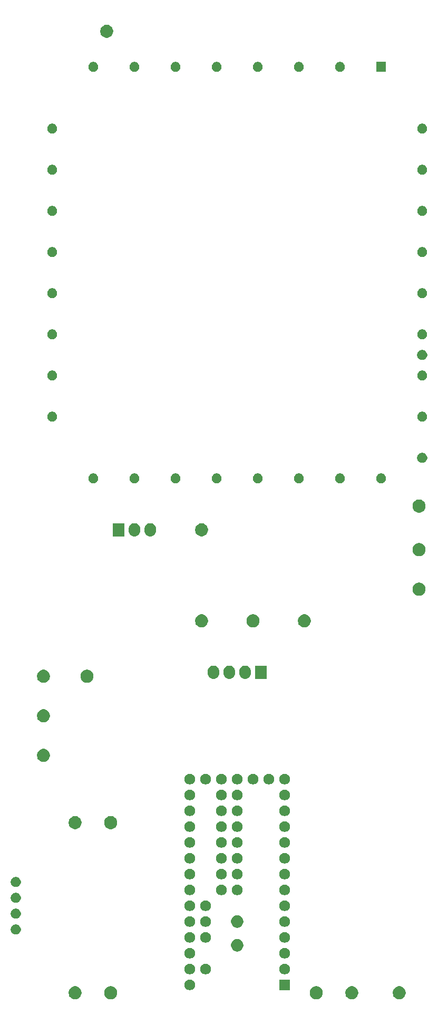
<source format=gbr>
G04 #@! TF.GenerationSoftware,KiCad,Pcbnew,(5.1.2-1)-1*
G04 #@! TF.CreationDate,2019-08-09T18:15:57-05:00*
G04 #@! TF.ProjectId,Interactive Core Memory Badge v0.1,496e7465-7261-4637-9469-766520436f72,0.1*
G04 #@! TF.SameCoordinates,Original*
G04 #@! TF.FileFunction,Soldermask,Bot*
G04 #@! TF.FilePolarity,Negative*
%FSLAX46Y46*%
G04 Gerber Fmt 4.6, Leading zero omitted, Abs format (unit mm)*
G04 Created by KiCad (PCBNEW (5.1.2-1)-1) date 2019-08-09 18:15:57*
%MOMM*%
%LPD*%
G04 APERTURE LIST*
%ADD10C,0.100000*%
G04 APERTURE END LIST*
D10*
G36*
X120956564Y-188854389D02*
G01*
X121147833Y-188933615D01*
X121147835Y-188933616D01*
X121319973Y-189048635D01*
X121466365Y-189195027D01*
X121569345Y-189349147D01*
X121581385Y-189367167D01*
X121660611Y-189558436D01*
X121701000Y-189761484D01*
X121701000Y-189968516D01*
X121660611Y-190171564D01*
X121581385Y-190362833D01*
X121581384Y-190362835D01*
X121466365Y-190534973D01*
X121319973Y-190681365D01*
X121147835Y-190796384D01*
X121147834Y-190796385D01*
X121147833Y-190796385D01*
X120956564Y-190875611D01*
X120753516Y-190916000D01*
X120546484Y-190916000D01*
X120343436Y-190875611D01*
X120152167Y-190796385D01*
X120152166Y-190796385D01*
X120152165Y-190796384D01*
X119980027Y-190681365D01*
X119833635Y-190534973D01*
X119718616Y-190362835D01*
X119718615Y-190362833D01*
X119639389Y-190171564D01*
X119599000Y-189968516D01*
X119599000Y-189761484D01*
X119639389Y-189558436D01*
X119718615Y-189367167D01*
X119730656Y-189349147D01*
X119833635Y-189195027D01*
X119980027Y-189048635D01*
X120152165Y-188933616D01*
X120152167Y-188933615D01*
X120343436Y-188854389D01*
X120546484Y-188814000D01*
X120753516Y-188814000D01*
X120956564Y-188854389D01*
X120956564Y-188854389D01*
G37*
G36*
X113336564Y-188854389D02*
G01*
X113527833Y-188933615D01*
X113527835Y-188933616D01*
X113699973Y-189048635D01*
X113846365Y-189195027D01*
X113949345Y-189349147D01*
X113961385Y-189367167D01*
X114040611Y-189558436D01*
X114081000Y-189761484D01*
X114081000Y-189968516D01*
X114040611Y-190171564D01*
X113961385Y-190362833D01*
X113961384Y-190362835D01*
X113846365Y-190534973D01*
X113699973Y-190681365D01*
X113527835Y-190796384D01*
X113527834Y-190796385D01*
X113527833Y-190796385D01*
X113336564Y-190875611D01*
X113133516Y-190916000D01*
X112926484Y-190916000D01*
X112723436Y-190875611D01*
X112532167Y-190796385D01*
X112532166Y-190796385D01*
X112532165Y-190796384D01*
X112360027Y-190681365D01*
X112213635Y-190534973D01*
X112098616Y-190362835D01*
X112098615Y-190362833D01*
X112019389Y-190171564D01*
X111979000Y-189968516D01*
X111979000Y-189761484D01*
X112019389Y-189558436D01*
X112098615Y-189367167D01*
X112110656Y-189349147D01*
X112213635Y-189195027D01*
X112360027Y-189048635D01*
X112532165Y-188933616D01*
X112532167Y-188933615D01*
X112723436Y-188854389D01*
X112926484Y-188814000D01*
X113133516Y-188814000D01*
X113336564Y-188854389D01*
X113336564Y-188854389D01*
G37*
G36*
X107621564Y-188854389D02*
G01*
X107812833Y-188933615D01*
X107812835Y-188933616D01*
X107984973Y-189048635D01*
X108131365Y-189195027D01*
X108234345Y-189349147D01*
X108246385Y-189367167D01*
X108325611Y-189558436D01*
X108366000Y-189761484D01*
X108366000Y-189968516D01*
X108325611Y-190171564D01*
X108246385Y-190362833D01*
X108246384Y-190362835D01*
X108131365Y-190534973D01*
X107984973Y-190681365D01*
X107812835Y-190796384D01*
X107812834Y-190796385D01*
X107812833Y-190796385D01*
X107621564Y-190875611D01*
X107418516Y-190916000D01*
X107211484Y-190916000D01*
X107008436Y-190875611D01*
X106817167Y-190796385D01*
X106817166Y-190796385D01*
X106817165Y-190796384D01*
X106645027Y-190681365D01*
X106498635Y-190534973D01*
X106383616Y-190362835D01*
X106383615Y-190362833D01*
X106304389Y-190171564D01*
X106264000Y-189968516D01*
X106264000Y-189761484D01*
X106304389Y-189558436D01*
X106383615Y-189367167D01*
X106395656Y-189349147D01*
X106498635Y-189195027D01*
X106645027Y-189048635D01*
X106817165Y-188933616D01*
X106817167Y-188933615D01*
X107008436Y-188854389D01*
X107211484Y-188814000D01*
X107418516Y-188814000D01*
X107621564Y-188854389D01*
X107621564Y-188854389D01*
G37*
G36*
X74601564Y-188854389D02*
G01*
X74792833Y-188933615D01*
X74792835Y-188933616D01*
X74964973Y-189048635D01*
X75111365Y-189195027D01*
X75214345Y-189349147D01*
X75226385Y-189367167D01*
X75305611Y-189558436D01*
X75346000Y-189761484D01*
X75346000Y-189968516D01*
X75305611Y-190171564D01*
X75226385Y-190362833D01*
X75226384Y-190362835D01*
X75111365Y-190534973D01*
X74964973Y-190681365D01*
X74792835Y-190796384D01*
X74792834Y-190796385D01*
X74792833Y-190796385D01*
X74601564Y-190875611D01*
X74398516Y-190916000D01*
X74191484Y-190916000D01*
X73988436Y-190875611D01*
X73797167Y-190796385D01*
X73797166Y-190796385D01*
X73797165Y-190796384D01*
X73625027Y-190681365D01*
X73478635Y-190534973D01*
X73363616Y-190362835D01*
X73363615Y-190362833D01*
X73284389Y-190171564D01*
X73244000Y-189968516D01*
X73244000Y-189761484D01*
X73284389Y-189558436D01*
X73363615Y-189367167D01*
X73375656Y-189349147D01*
X73478635Y-189195027D01*
X73625027Y-189048635D01*
X73797165Y-188933616D01*
X73797167Y-188933615D01*
X73988436Y-188854389D01*
X74191484Y-188814000D01*
X74398516Y-188814000D01*
X74601564Y-188854389D01*
X74601564Y-188854389D01*
G37*
G36*
X68886564Y-188854389D02*
G01*
X69077833Y-188933615D01*
X69077835Y-188933616D01*
X69249973Y-189048635D01*
X69396365Y-189195027D01*
X69499345Y-189349147D01*
X69511385Y-189367167D01*
X69590611Y-189558436D01*
X69631000Y-189761484D01*
X69631000Y-189968516D01*
X69590611Y-190171564D01*
X69511385Y-190362833D01*
X69511384Y-190362835D01*
X69396365Y-190534973D01*
X69249973Y-190681365D01*
X69077835Y-190796384D01*
X69077834Y-190796385D01*
X69077833Y-190796385D01*
X68886564Y-190875611D01*
X68683516Y-190916000D01*
X68476484Y-190916000D01*
X68273436Y-190875611D01*
X68082167Y-190796385D01*
X68082166Y-190796385D01*
X68082165Y-190796384D01*
X67910027Y-190681365D01*
X67763635Y-190534973D01*
X67648616Y-190362835D01*
X67648615Y-190362833D01*
X67569389Y-190171564D01*
X67529000Y-189968516D01*
X67529000Y-189761484D01*
X67569389Y-189558436D01*
X67648615Y-189367167D01*
X67660656Y-189349147D01*
X67763635Y-189195027D01*
X67910027Y-189048635D01*
X68082165Y-188933616D01*
X68082167Y-188933615D01*
X68273436Y-188854389D01*
X68476484Y-188814000D01*
X68683516Y-188814000D01*
X68886564Y-188854389D01*
X68886564Y-188854389D01*
G37*
G36*
X87243228Y-187776703D02*
G01*
X87398100Y-187840853D01*
X87537481Y-187933985D01*
X87656015Y-188052519D01*
X87749147Y-188191900D01*
X87813297Y-188346772D01*
X87846000Y-188511184D01*
X87846000Y-188678816D01*
X87813297Y-188843228D01*
X87749147Y-188998100D01*
X87656015Y-189137481D01*
X87537481Y-189256015D01*
X87398100Y-189349147D01*
X87243228Y-189413297D01*
X87078816Y-189446000D01*
X86911184Y-189446000D01*
X86746772Y-189413297D01*
X86591900Y-189349147D01*
X86452519Y-189256015D01*
X86333985Y-189137481D01*
X86240853Y-188998100D01*
X86176703Y-188843228D01*
X86144000Y-188678816D01*
X86144000Y-188511184D01*
X86176703Y-188346772D01*
X86240853Y-188191900D01*
X86333985Y-188052519D01*
X86452519Y-187933985D01*
X86591900Y-187840853D01*
X86746772Y-187776703D01*
X86911184Y-187744000D01*
X87078816Y-187744000D01*
X87243228Y-187776703D01*
X87243228Y-187776703D01*
G37*
G36*
X103086000Y-189446000D02*
G01*
X101384000Y-189446000D01*
X101384000Y-187744000D01*
X103086000Y-187744000D01*
X103086000Y-189446000D01*
X103086000Y-189446000D01*
G37*
G36*
X102483228Y-185236703D02*
G01*
X102638100Y-185300853D01*
X102777481Y-185393985D01*
X102896015Y-185512519D01*
X102989147Y-185651900D01*
X103053297Y-185806772D01*
X103086000Y-185971184D01*
X103086000Y-186138816D01*
X103053297Y-186303228D01*
X102989147Y-186458100D01*
X102896015Y-186597481D01*
X102777481Y-186716015D01*
X102638100Y-186809147D01*
X102483228Y-186873297D01*
X102318816Y-186906000D01*
X102151184Y-186906000D01*
X101986772Y-186873297D01*
X101831900Y-186809147D01*
X101692519Y-186716015D01*
X101573985Y-186597481D01*
X101480853Y-186458100D01*
X101416703Y-186303228D01*
X101384000Y-186138816D01*
X101384000Y-185971184D01*
X101416703Y-185806772D01*
X101480853Y-185651900D01*
X101573985Y-185512519D01*
X101692519Y-185393985D01*
X101831900Y-185300853D01*
X101986772Y-185236703D01*
X102151184Y-185204000D01*
X102318816Y-185204000D01*
X102483228Y-185236703D01*
X102483228Y-185236703D01*
G37*
G36*
X89783228Y-185236703D02*
G01*
X89938100Y-185300853D01*
X90077481Y-185393985D01*
X90196015Y-185512519D01*
X90289147Y-185651900D01*
X90353297Y-185806772D01*
X90386000Y-185971184D01*
X90386000Y-186138816D01*
X90353297Y-186303228D01*
X90289147Y-186458100D01*
X90196015Y-186597481D01*
X90077481Y-186716015D01*
X89938100Y-186809147D01*
X89783228Y-186873297D01*
X89618816Y-186906000D01*
X89451184Y-186906000D01*
X89286772Y-186873297D01*
X89131900Y-186809147D01*
X88992519Y-186716015D01*
X88873985Y-186597481D01*
X88780853Y-186458100D01*
X88716703Y-186303228D01*
X88684000Y-186138816D01*
X88684000Y-185971184D01*
X88716703Y-185806772D01*
X88780853Y-185651900D01*
X88873985Y-185512519D01*
X88992519Y-185393985D01*
X89131900Y-185300853D01*
X89286772Y-185236703D01*
X89451184Y-185204000D01*
X89618816Y-185204000D01*
X89783228Y-185236703D01*
X89783228Y-185236703D01*
G37*
G36*
X87243228Y-185236703D02*
G01*
X87398100Y-185300853D01*
X87537481Y-185393985D01*
X87656015Y-185512519D01*
X87749147Y-185651900D01*
X87813297Y-185806772D01*
X87846000Y-185971184D01*
X87846000Y-186138816D01*
X87813297Y-186303228D01*
X87749147Y-186458100D01*
X87656015Y-186597481D01*
X87537481Y-186716015D01*
X87398100Y-186809147D01*
X87243228Y-186873297D01*
X87078816Y-186906000D01*
X86911184Y-186906000D01*
X86746772Y-186873297D01*
X86591900Y-186809147D01*
X86452519Y-186716015D01*
X86333985Y-186597481D01*
X86240853Y-186458100D01*
X86176703Y-186303228D01*
X86144000Y-186138816D01*
X86144000Y-185971184D01*
X86176703Y-185806772D01*
X86240853Y-185651900D01*
X86333985Y-185512519D01*
X86452519Y-185393985D01*
X86591900Y-185300853D01*
X86746772Y-185236703D01*
X86911184Y-185204000D01*
X87078816Y-185204000D01*
X87243228Y-185236703D01*
X87243228Y-185236703D01*
G37*
G36*
X102483228Y-182696703D02*
G01*
X102638100Y-182760853D01*
X102777481Y-182853985D01*
X102896015Y-182972519D01*
X102989147Y-183111900D01*
X103053297Y-183266772D01*
X103086000Y-183431184D01*
X103086000Y-183598816D01*
X103053297Y-183763228D01*
X102989147Y-183918100D01*
X102896015Y-184057481D01*
X102777481Y-184176015D01*
X102638100Y-184269147D01*
X102483228Y-184333297D01*
X102318816Y-184366000D01*
X102151184Y-184366000D01*
X101986772Y-184333297D01*
X101831900Y-184269147D01*
X101692519Y-184176015D01*
X101573985Y-184057481D01*
X101480853Y-183918100D01*
X101416703Y-183763228D01*
X101384000Y-183598816D01*
X101384000Y-183431184D01*
X101416703Y-183266772D01*
X101480853Y-183111900D01*
X101573985Y-182972519D01*
X101692519Y-182853985D01*
X101831900Y-182760853D01*
X101986772Y-182696703D01*
X102151184Y-182664000D01*
X102318816Y-182664000D01*
X102483228Y-182696703D01*
X102483228Y-182696703D01*
G37*
G36*
X87243228Y-182696703D02*
G01*
X87398100Y-182760853D01*
X87537481Y-182853985D01*
X87656015Y-182972519D01*
X87749147Y-183111900D01*
X87813297Y-183266772D01*
X87846000Y-183431184D01*
X87846000Y-183598816D01*
X87813297Y-183763228D01*
X87749147Y-183918100D01*
X87656015Y-184057481D01*
X87537481Y-184176015D01*
X87398100Y-184269147D01*
X87243228Y-184333297D01*
X87078816Y-184366000D01*
X86911184Y-184366000D01*
X86746772Y-184333297D01*
X86591900Y-184269147D01*
X86452519Y-184176015D01*
X86333985Y-184057481D01*
X86240853Y-183918100D01*
X86176703Y-183763228D01*
X86144000Y-183598816D01*
X86144000Y-183431184D01*
X86176703Y-183266772D01*
X86240853Y-183111900D01*
X86333985Y-182972519D01*
X86452519Y-182853985D01*
X86591900Y-182760853D01*
X86746772Y-182696703D01*
X86911184Y-182664000D01*
X87078816Y-182664000D01*
X87243228Y-182696703D01*
X87243228Y-182696703D01*
G37*
G36*
X94810285Y-181263234D02*
G01*
X94906981Y-181282468D01*
X95089151Y-181357926D01*
X95253100Y-181467473D01*
X95392527Y-181606900D01*
X95502074Y-181770849D01*
X95577532Y-181953019D01*
X95616000Y-182146410D01*
X95616000Y-182343590D01*
X95577532Y-182536981D01*
X95502074Y-182719151D01*
X95392527Y-182883100D01*
X95253100Y-183022527D01*
X95089151Y-183132074D01*
X94906981Y-183207532D01*
X94713591Y-183246000D01*
X94516409Y-183246000D01*
X94323019Y-183207532D01*
X94140849Y-183132074D01*
X93976900Y-183022527D01*
X93837473Y-182883100D01*
X93727926Y-182719151D01*
X93652468Y-182536981D01*
X93614000Y-182343590D01*
X93614000Y-182146410D01*
X93652468Y-181953019D01*
X93727926Y-181770849D01*
X93837473Y-181606900D01*
X93976900Y-181467473D01*
X94140849Y-181357926D01*
X94323019Y-181282468D01*
X94419715Y-181263234D01*
X94516409Y-181244000D01*
X94713591Y-181244000D01*
X94810285Y-181263234D01*
X94810285Y-181263234D01*
G37*
G36*
X102483228Y-180156703D02*
G01*
X102638100Y-180220853D01*
X102777481Y-180313985D01*
X102896015Y-180432519D01*
X102989147Y-180571900D01*
X103053297Y-180726772D01*
X103086000Y-180891184D01*
X103086000Y-181058816D01*
X103053297Y-181223228D01*
X102989147Y-181378100D01*
X102896015Y-181517481D01*
X102777481Y-181636015D01*
X102638100Y-181729147D01*
X102483228Y-181793297D01*
X102318816Y-181826000D01*
X102151184Y-181826000D01*
X101986772Y-181793297D01*
X101831900Y-181729147D01*
X101692519Y-181636015D01*
X101573985Y-181517481D01*
X101480853Y-181378100D01*
X101416703Y-181223228D01*
X101384000Y-181058816D01*
X101384000Y-180891184D01*
X101416703Y-180726772D01*
X101480853Y-180571900D01*
X101573985Y-180432519D01*
X101692519Y-180313985D01*
X101831900Y-180220853D01*
X101986772Y-180156703D01*
X102151184Y-180124000D01*
X102318816Y-180124000D01*
X102483228Y-180156703D01*
X102483228Y-180156703D01*
G37*
G36*
X89783228Y-180156703D02*
G01*
X89938100Y-180220853D01*
X90077481Y-180313985D01*
X90196015Y-180432519D01*
X90289147Y-180571900D01*
X90353297Y-180726772D01*
X90386000Y-180891184D01*
X90386000Y-181058816D01*
X90353297Y-181223228D01*
X90289147Y-181378100D01*
X90196015Y-181517481D01*
X90077481Y-181636015D01*
X89938100Y-181729147D01*
X89783228Y-181793297D01*
X89618816Y-181826000D01*
X89451184Y-181826000D01*
X89286772Y-181793297D01*
X89131900Y-181729147D01*
X88992519Y-181636015D01*
X88873985Y-181517481D01*
X88780853Y-181378100D01*
X88716703Y-181223228D01*
X88684000Y-181058816D01*
X88684000Y-180891184D01*
X88716703Y-180726772D01*
X88780853Y-180571900D01*
X88873985Y-180432519D01*
X88992519Y-180313985D01*
X89131900Y-180220853D01*
X89286772Y-180156703D01*
X89451184Y-180124000D01*
X89618816Y-180124000D01*
X89783228Y-180156703D01*
X89783228Y-180156703D01*
G37*
G36*
X87243228Y-180156703D02*
G01*
X87398100Y-180220853D01*
X87537481Y-180313985D01*
X87656015Y-180432519D01*
X87749147Y-180571900D01*
X87813297Y-180726772D01*
X87846000Y-180891184D01*
X87846000Y-181058816D01*
X87813297Y-181223228D01*
X87749147Y-181378100D01*
X87656015Y-181517481D01*
X87537481Y-181636015D01*
X87398100Y-181729147D01*
X87243228Y-181793297D01*
X87078816Y-181826000D01*
X86911184Y-181826000D01*
X86746772Y-181793297D01*
X86591900Y-181729147D01*
X86452519Y-181636015D01*
X86333985Y-181517481D01*
X86240853Y-181378100D01*
X86176703Y-181223228D01*
X86144000Y-181058816D01*
X86144000Y-180891184D01*
X86176703Y-180726772D01*
X86240853Y-180571900D01*
X86333985Y-180432519D01*
X86452519Y-180313985D01*
X86591900Y-180220853D01*
X86746772Y-180156703D01*
X86911184Y-180124000D01*
X87078816Y-180124000D01*
X87243228Y-180156703D01*
X87243228Y-180156703D01*
G37*
G36*
X59292142Y-178923242D02*
G01*
X59440101Y-178984529D01*
X59573255Y-179073499D01*
X59686501Y-179186745D01*
X59775471Y-179319899D01*
X59836758Y-179467858D01*
X59868000Y-179624925D01*
X59868000Y-179785075D01*
X59836758Y-179942142D01*
X59775471Y-180090101D01*
X59686501Y-180223255D01*
X59573255Y-180336501D01*
X59440101Y-180425471D01*
X59292142Y-180486758D01*
X59135075Y-180518000D01*
X58974925Y-180518000D01*
X58817858Y-180486758D01*
X58669899Y-180425471D01*
X58536745Y-180336501D01*
X58423499Y-180223255D01*
X58334529Y-180090101D01*
X58273242Y-179942142D01*
X58242000Y-179785075D01*
X58242000Y-179624925D01*
X58273242Y-179467858D01*
X58334529Y-179319899D01*
X58423499Y-179186745D01*
X58536745Y-179073499D01*
X58669899Y-178984529D01*
X58817858Y-178923242D01*
X58974925Y-178892000D01*
X59135075Y-178892000D01*
X59292142Y-178923242D01*
X59292142Y-178923242D01*
G37*
G36*
X94906981Y-177472468D02*
G01*
X95089151Y-177547926D01*
X95253100Y-177657473D01*
X95392527Y-177796900D01*
X95502074Y-177960849D01*
X95577532Y-178143019D01*
X95616000Y-178336410D01*
X95616000Y-178533590D01*
X95577532Y-178726981D01*
X95502074Y-178909151D01*
X95392527Y-179073100D01*
X95253100Y-179212527D01*
X95089151Y-179322074D01*
X94906981Y-179397532D01*
X94713591Y-179436000D01*
X94516409Y-179436000D01*
X94323019Y-179397532D01*
X94140849Y-179322074D01*
X93976900Y-179212527D01*
X93837473Y-179073100D01*
X93727926Y-178909151D01*
X93652468Y-178726981D01*
X93614000Y-178533590D01*
X93614000Y-178336410D01*
X93652468Y-178143019D01*
X93727926Y-177960849D01*
X93837473Y-177796900D01*
X93976900Y-177657473D01*
X94140849Y-177547926D01*
X94323019Y-177472468D01*
X94516409Y-177434000D01*
X94713591Y-177434000D01*
X94906981Y-177472468D01*
X94906981Y-177472468D01*
G37*
G36*
X102483228Y-177616703D02*
G01*
X102638100Y-177680853D01*
X102777481Y-177773985D01*
X102896015Y-177892519D01*
X102989147Y-178031900D01*
X103053297Y-178186772D01*
X103086000Y-178351184D01*
X103086000Y-178518816D01*
X103053297Y-178683228D01*
X102989147Y-178838100D01*
X102896015Y-178977481D01*
X102777481Y-179096015D01*
X102638100Y-179189147D01*
X102483228Y-179253297D01*
X102318816Y-179286000D01*
X102151184Y-179286000D01*
X101986772Y-179253297D01*
X101831900Y-179189147D01*
X101692519Y-179096015D01*
X101573985Y-178977481D01*
X101480853Y-178838100D01*
X101416703Y-178683228D01*
X101384000Y-178518816D01*
X101384000Y-178351184D01*
X101416703Y-178186772D01*
X101480853Y-178031900D01*
X101573985Y-177892519D01*
X101692519Y-177773985D01*
X101831900Y-177680853D01*
X101986772Y-177616703D01*
X102151184Y-177584000D01*
X102318816Y-177584000D01*
X102483228Y-177616703D01*
X102483228Y-177616703D01*
G37*
G36*
X89783228Y-177616703D02*
G01*
X89938100Y-177680853D01*
X90077481Y-177773985D01*
X90196015Y-177892519D01*
X90289147Y-178031900D01*
X90353297Y-178186772D01*
X90386000Y-178351184D01*
X90386000Y-178518816D01*
X90353297Y-178683228D01*
X90289147Y-178838100D01*
X90196015Y-178977481D01*
X90077481Y-179096015D01*
X89938100Y-179189147D01*
X89783228Y-179253297D01*
X89618816Y-179286000D01*
X89451184Y-179286000D01*
X89286772Y-179253297D01*
X89131900Y-179189147D01*
X88992519Y-179096015D01*
X88873985Y-178977481D01*
X88780853Y-178838100D01*
X88716703Y-178683228D01*
X88684000Y-178518816D01*
X88684000Y-178351184D01*
X88716703Y-178186772D01*
X88780853Y-178031900D01*
X88873985Y-177892519D01*
X88992519Y-177773985D01*
X89131900Y-177680853D01*
X89286772Y-177616703D01*
X89451184Y-177584000D01*
X89618816Y-177584000D01*
X89783228Y-177616703D01*
X89783228Y-177616703D01*
G37*
G36*
X87243228Y-177616703D02*
G01*
X87398100Y-177680853D01*
X87537481Y-177773985D01*
X87656015Y-177892519D01*
X87749147Y-178031900D01*
X87813297Y-178186772D01*
X87846000Y-178351184D01*
X87846000Y-178518816D01*
X87813297Y-178683228D01*
X87749147Y-178838100D01*
X87656015Y-178977481D01*
X87537481Y-179096015D01*
X87398100Y-179189147D01*
X87243228Y-179253297D01*
X87078816Y-179286000D01*
X86911184Y-179286000D01*
X86746772Y-179253297D01*
X86591900Y-179189147D01*
X86452519Y-179096015D01*
X86333985Y-178977481D01*
X86240853Y-178838100D01*
X86176703Y-178683228D01*
X86144000Y-178518816D01*
X86144000Y-178351184D01*
X86176703Y-178186772D01*
X86240853Y-178031900D01*
X86333985Y-177892519D01*
X86452519Y-177773985D01*
X86591900Y-177680853D01*
X86746772Y-177616703D01*
X86911184Y-177584000D01*
X87078816Y-177584000D01*
X87243228Y-177616703D01*
X87243228Y-177616703D01*
G37*
G36*
X59292142Y-176383242D02*
G01*
X59440101Y-176444529D01*
X59573255Y-176533499D01*
X59686501Y-176646745D01*
X59775471Y-176779899D01*
X59836758Y-176927858D01*
X59868000Y-177084925D01*
X59868000Y-177245075D01*
X59836758Y-177402142D01*
X59775471Y-177550101D01*
X59686501Y-177683255D01*
X59573255Y-177796501D01*
X59440101Y-177885471D01*
X59292142Y-177946758D01*
X59135075Y-177978000D01*
X58974925Y-177978000D01*
X58817858Y-177946758D01*
X58669899Y-177885471D01*
X58536745Y-177796501D01*
X58423499Y-177683255D01*
X58334529Y-177550101D01*
X58273242Y-177402142D01*
X58242000Y-177245075D01*
X58242000Y-177084925D01*
X58273242Y-176927858D01*
X58334529Y-176779899D01*
X58423499Y-176646745D01*
X58536745Y-176533499D01*
X58669899Y-176444529D01*
X58817858Y-176383242D01*
X58974925Y-176352000D01*
X59135075Y-176352000D01*
X59292142Y-176383242D01*
X59292142Y-176383242D01*
G37*
G36*
X102483228Y-175076703D02*
G01*
X102638100Y-175140853D01*
X102777481Y-175233985D01*
X102896015Y-175352519D01*
X102989147Y-175491900D01*
X103053297Y-175646772D01*
X103086000Y-175811184D01*
X103086000Y-175978816D01*
X103053297Y-176143228D01*
X102989147Y-176298100D01*
X102896015Y-176437481D01*
X102777481Y-176556015D01*
X102638100Y-176649147D01*
X102483228Y-176713297D01*
X102318816Y-176746000D01*
X102151184Y-176746000D01*
X101986772Y-176713297D01*
X101831900Y-176649147D01*
X101692519Y-176556015D01*
X101573985Y-176437481D01*
X101480853Y-176298100D01*
X101416703Y-176143228D01*
X101384000Y-175978816D01*
X101384000Y-175811184D01*
X101416703Y-175646772D01*
X101480853Y-175491900D01*
X101573985Y-175352519D01*
X101692519Y-175233985D01*
X101831900Y-175140853D01*
X101986772Y-175076703D01*
X102151184Y-175044000D01*
X102318816Y-175044000D01*
X102483228Y-175076703D01*
X102483228Y-175076703D01*
G37*
G36*
X89783228Y-175076703D02*
G01*
X89938100Y-175140853D01*
X90077481Y-175233985D01*
X90196015Y-175352519D01*
X90289147Y-175491900D01*
X90353297Y-175646772D01*
X90386000Y-175811184D01*
X90386000Y-175978816D01*
X90353297Y-176143228D01*
X90289147Y-176298100D01*
X90196015Y-176437481D01*
X90077481Y-176556015D01*
X89938100Y-176649147D01*
X89783228Y-176713297D01*
X89618816Y-176746000D01*
X89451184Y-176746000D01*
X89286772Y-176713297D01*
X89131900Y-176649147D01*
X88992519Y-176556015D01*
X88873985Y-176437481D01*
X88780853Y-176298100D01*
X88716703Y-176143228D01*
X88684000Y-175978816D01*
X88684000Y-175811184D01*
X88716703Y-175646772D01*
X88780853Y-175491900D01*
X88873985Y-175352519D01*
X88992519Y-175233985D01*
X89131900Y-175140853D01*
X89286772Y-175076703D01*
X89451184Y-175044000D01*
X89618816Y-175044000D01*
X89783228Y-175076703D01*
X89783228Y-175076703D01*
G37*
G36*
X87243228Y-175076703D02*
G01*
X87398100Y-175140853D01*
X87537481Y-175233985D01*
X87656015Y-175352519D01*
X87749147Y-175491900D01*
X87813297Y-175646772D01*
X87846000Y-175811184D01*
X87846000Y-175978816D01*
X87813297Y-176143228D01*
X87749147Y-176298100D01*
X87656015Y-176437481D01*
X87537481Y-176556015D01*
X87398100Y-176649147D01*
X87243228Y-176713297D01*
X87078816Y-176746000D01*
X86911184Y-176746000D01*
X86746772Y-176713297D01*
X86591900Y-176649147D01*
X86452519Y-176556015D01*
X86333985Y-176437481D01*
X86240853Y-176298100D01*
X86176703Y-176143228D01*
X86144000Y-175978816D01*
X86144000Y-175811184D01*
X86176703Y-175646772D01*
X86240853Y-175491900D01*
X86333985Y-175352519D01*
X86452519Y-175233985D01*
X86591900Y-175140853D01*
X86746772Y-175076703D01*
X86911184Y-175044000D01*
X87078816Y-175044000D01*
X87243228Y-175076703D01*
X87243228Y-175076703D01*
G37*
G36*
X59292142Y-173843242D02*
G01*
X59440101Y-173904529D01*
X59573255Y-173993499D01*
X59686501Y-174106745D01*
X59775471Y-174239899D01*
X59836758Y-174387858D01*
X59868000Y-174544925D01*
X59868000Y-174705075D01*
X59836758Y-174862142D01*
X59775471Y-175010101D01*
X59686501Y-175143255D01*
X59573255Y-175256501D01*
X59440101Y-175345471D01*
X59292142Y-175406758D01*
X59135075Y-175438000D01*
X58974925Y-175438000D01*
X58817858Y-175406758D01*
X58669899Y-175345471D01*
X58536745Y-175256501D01*
X58423499Y-175143255D01*
X58334529Y-175010101D01*
X58273242Y-174862142D01*
X58242000Y-174705075D01*
X58242000Y-174544925D01*
X58273242Y-174387858D01*
X58334529Y-174239899D01*
X58423499Y-174106745D01*
X58536745Y-173993499D01*
X58669899Y-173904529D01*
X58817858Y-173843242D01*
X58974925Y-173812000D01*
X59135075Y-173812000D01*
X59292142Y-173843242D01*
X59292142Y-173843242D01*
G37*
G36*
X102483228Y-172536703D02*
G01*
X102638100Y-172600853D01*
X102777481Y-172693985D01*
X102896015Y-172812519D01*
X102989147Y-172951900D01*
X103053297Y-173106772D01*
X103086000Y-173271184D01*
X103086000Y-173438816D01*
X103053297Y-173603228D01*
X102989147Y-173758100D01*
X102896015Y-173897481D01*
X102777481Y-174016015D01*
X102638100Y-174109147D01*
X102483228Y-174173297D01*
X102318816Y-174206000D01*
X102151184Y-174206000D01*
X101986772Y-174173297D01*
X101831900Y-174109147D01*
X101692519Y-174016015D01*
X101573985Y-173897481D01*
X101480853Y-173758100D01*
X101416703Y-173603228D01*
X101384000Y-173438816D01*
X101384000Y-173271184D01*
X101416703Y-173106772D01*
X101480853Y-172951900D01*
X101573985Y-172812519D01*
X101692519Y-172693985D01*
X101831900Y-172600853D01*
X101986772Y-172536703D01*
X102151184Y-172504000D01*
X102318816Y-172504000D01*
X102483228Y-172536703D01*
X102483228Y-172536703D01*
G37*
G36*
X94863228Y-172536703D02*
G01*
X95018100Y-172600853D01*
X95157481Y-172693985D01*
X95276015Y-172812519D01*
X95369147Y-172951900D01*
X95433297Y-173106772D01*
X95466000Y-173271184D01*
X95466000Y-173438816D01*
X95433297Y-173603228D01*
X95369147Y-173758100D01*
X95276015Y-173897481D01*
X95157481Y-174016015D01*
X95018100Y-174109147D01*
X94863228Y-174173297D01*
X94698816Y-174206000D01*
X94531184Y-174206000D01*
X94366772Y-174173297D01*
X94211900Y-174109147D01*
X94072519Y-174016015D01*
X93953985Y-173897481D01*
X93860853Y-173758100D01*
X93796703Y-173603228D01*
X93764000Y-173438816D01*
X93764000Y-173271184D01*
X93796703Y-173106772D01*
X93860853Y-172951900D01*
X93953985Y-172812519D01*
X94072519Y-172693985D01*
X94211900Y-172600853D01*
X94366772Y-172536703D01*
X94531184Y-172504000D01*
X94698816Y-172504000D01*
X94863228Y-172536703D01*
X94863228Y-172536703D01*
G37*
G36*
X87243228Y-172536703D02*
G01*
X87398100Y-172600853D01*
X87537481Y-172693985D01*
X87656015Y-172812519D01*
X87749147Y-172951900D01*
X87813297Y-173106772D01*
X87846000Y-173271184D01*
X87846000Y-173438816D01*
X87813297Y-173603228D01*
X87749147Y-173758100D01*
X87656015Y-173897481D01*
X87537481Y-174016015D01*
X87398100Y-174109147D01*
X87243228Y-174173297D01*
X87078816Y-174206000D01*
X86911184Y-174206000D01*
X86746772Y-174173297D01*
X86591900Y-174109147D01*
X86452519Y-174016015D01*
X86333985Y-173897481D01*
X86240853Y-173758100D01*
X86176703Y-173603228D01*
X86144000Y-173438816D01*
X86144000Y-173271184D01*
X86176703Y-173106772D01*
X86240853Y-172951900D01*
X86333985Y-172812519D01*
X86452519Y-172693985D01*
X86591900Y-172600853D01*
X86746772Y-172536703D01*
X86911184Y-172504000D01*
X87078816Y-172504000D01*
X87243228Y-172536703D01*
X87243228Y-172536703D01*
G37*
G36*
X92323228Y-172536703D02*
G01*
X92478100Y-172600853D01*
X92617481Y-172693985D01*
X92736015Y-172812519D01*
X92829147Y-172951900D01*
X92893297Y-173106772D01*
X92926000Y-173271184D01*
X92926000Y-173438816D01*
X92893297Y-173603228D01*
X92829147Y-173758100D01*
X92736015Y-173897481D01*
X92617481Y-174016015D01*
X92478100Y-174109147D01*
X92323228Y-174173297D01*
X92158816Y-174206000D01*
X91991184Y-174206000D01*
X91826772Y-174173297D01*
X91671900Y-174109147D01*
X91532519Y-174016015D01*
X91413985Y-173897481D01*
X91320853Y-173758100D01*
X91256703Y-173603228D01*
X91224000Y-173438816D01*
X91224000Y-173271184D01*
X91256703Y-173106772D01*
X91320853Y-172951900D01*
X91413985Y-172812519D01*
X91532519Y-172693985D01*
X91671900Y-172600853D01*
X91826772Y-172536703D01*
X91991184Y-172504000D01*
X92158816Y-172504000D01*
X92323228Y-172536703D01*
X92323228Y-172536703D01*
G37*
G36*
X59292142Y-171303242D02*
G01*
X59440101Y-171364529D01*
X59573255Y-171453499D01*
X59686501Y-171566745D01*
X59775471Y-171699899D01*
X59836758Y-171847858D01*
X59868000Y-172004925D01*
X59868000Y-172165075D01*
X59836758Y-172322142D01*
X59775471Y-172470101D01*
X59686501Y-172603255D01*
X59573255Y-172716501D01*
X59440101Y-172805471D01*
X59292142Y-172866758D01*
X59135075Y-172898000D01*
X58974925Y-172898000D01*
X58817858Y-172866758D01*
X58669899Y-172805471D01*
X58536745Y-172716501D01*
X58423499Y-172603255D01*
X58334529Y-172470101D01*
X58273242Y-172322142D01*
X58242000Y-172165075D01*
X58242000Y-172004925D01*
X58273242Y-171847858D01*
X58334529Y-171699899D01*
X58423499Y-171566745D01*
X58536745Y-171453499D01*
X58669899Y-171364529D01*
X58817858Y-171303242D01*
X58974925Y-171272000D01*
X59135075Y-171272000D01*
X59292142Y-171303242D01*
X59292142Y-171303242D01*
G37*
G36*
X102483228Y-169996703D02*
G01*
X102638100Y-170060853D01*
X102777481Y-170153985D01*
X102896015Y-170272519D01*
X102989147Y-170411900D01*
X103053297Y-170566772D01*
X103086000Y-170731184D01*
X103086000Y-170898816D01*
X103053297Y-171063228D01*
X102989147Y-171218100D01*
X102896015Y-171357481D01*
X102777481Y-171476015D01*
X102638100Y-171569147D01*
X102483228Y-171633297D01*
X102318816Y-171666000D01*
X102151184Y-171666000D01*
X101986772Y-171633297D01*
X101831900Y-171569147D01*
X101692519Y-171476015D01*
X101573985Y-171357481D01*
X101480853Y-171218100D01*
X101416703Y-171063228D01*
X101384000Y-170898816D01*
X101384000Y-170731184D01*
X101416703Y-170566772D01*
X101480853Y-170411900D01*
X101573985Y-170272519D01*
X101692519Y-170153985D01*
X101831900Y-170060853D01*
X101986772Y-169996703D01*
X102151184Y-169964000D01*
X102318816Y-169964000D01*
X102483228Y-169996703D01*
X102483228Y-169996703D01*
G37*
G36*
X94863228Y-169996703D02*
G01*
X95018100Y-170060853D01*
X95157481Y-170153985D01*
X95276015Y-170272519D01*
X95369147Y-170411900D01*
X95433297Y-170566772D01*
X95466000Y-170731184D01*
X95466000Y-170898816D01*
X95433297Y-171063228D01*
X95369147Y-171218100D01*
X95276015Y-171357481D01*
X95157481Y-171476015D01*
X95018100Y-171569147D01*
X94863228Y-171633297D01*
X94698816Y-171666000D01*
X94531184Y-171666000D01*
X94366772Y-171633297D01*
X94211900Y-171569147D01*
X94072519Y-171476015D01*
X93953985Y-171357481D01*
X93860853Y-171218100D01*
X93796703Y-171063228D01*
X93764000Y-170898816D01*
X93764000Y-170731184D01*
X93796703Y-170566772D01*
X93860853Y-170411900D01*
X93953985Y-170272519D01*
X94072519Y-170153985D01*
X94211900Y-170060853D01*
X94366772Y-169996703D01*
X94531184Y-169964000D01*
X94698816Y-169964000D01*
X94863228Y-169996703D01*
X94863228Y-169996703D01*
G37*
G36*
X92323228Y-169996703D02*
G01*
X92478100Y-170060853D01*
X92617481Y-170153985D01*
X92736015Y-170272519D01*
X92829147Y-170411900D01*
X92893297Y-170566772D01*
X92926000Y-170731184D01*
X92926000Y-170898816D01*
X92893297Y-171063228D01*
X92829147Y-171218100D01*
X92736015Y-171357481D01*
X92617481Y-171476015D01*
X92478100Y-171569147D01*
X92323228Y-171633297D01*
X92158816Y-171666000D01*
X91991184Y-171666000D01*
X91826772Y-171633297D01*
X91671900Y-171569147D01*
X91532519Y-171476015D01*
X91413985Y-171357481D01*
X91320853Y-171218100D01*
X91256703Y-171063228D01*
X91224000Y-170898816D01*
X91224000Y-170731184D01*
X91256703Y-170566772D01*
X91320853Y-170411900D01*
X91413985Y-170272519D01*
X91532519Y-170153985D01*
X91671900Y-170060853D01*
X91826772Y-169996703D01*
X91991184Y-169964000D01*
X92158816Y-169964000D01*
X92323228Y-169996703D01*
X92323228Y-169996703D01*
G37*
G36*
X87243228Y-169996703D02*
G01*
X87398100Y-170060853D01*
X87537481Y-170153985D01*
X87656015Y-170272519D01*
X87749147Y-170411900D01*
X87813297Y-170566772D01*
X87846000Y-170731184D01*
X87846000Y-170898816D01*
X87813297Y-171063228D01*
X87749147Y-171218100D01*
X87656015Y-171357481D01*
X87537481Y-171476015D01*
X87398100Y-171569147D01*
X87243228Y-171633297D01*
X87078816Y-171666000D01*
X86911184Y-171666000D01*
X86746772Y-171633297D01*
X86591900Y-171569147D01*
X86452519Y-171476015D01*
X86333985Y-171357481D01*
X86240853Y-171218100D01*
X86176703Y-171063228D01*
X86144000Y-170898816D01*
X86144000Y-170731184D01*
X86176703Y-170566772D01*
X86240853Y-170411900D01*
X86333985Y-170272519D01*
X86452519Y-170153985D01*
X86591900Y-170060853D01*
X86746772Y-169996703D01*
X86911184Y-169964000D01*
X87078816Y-169964000D01*
X87243228Y-169996703D01*
X87243228Y-169996703D01*
G37*
G36*
X102483228Y-167456703D02*
G01*
X102638100Y-167520853D01*
X102777481Y-167613985D01*
X102896015Y-167732519D01*
X102989147Y-167871900D01*
X103053297Y-168026772D01*
X103086000Y-168191184D01*
X103086000Y-168358816D01*
X103053297Y-168523228D01*
X102989147Y-168678100D01*
X102896015Y-168817481D01*
X102777481Y-168936015D01*
X102638100Y-169029147D01*
X102483228Y-169093297D01*
X102318816Y-169126000D01*
X102151184Y-169126000D01*
X101986772Y-169093297D01*
X101831900Y-169029147D01*
X101692519Y-168936015D01*
X101573985Y-168817481D01*
X101480853Y-168678100D01*
X101416703Y-168523228D01*
X101384000Y-168358816D01*
X101384000Y-168191184D01*
X101416703Y-168026772D01*
X101480853Y-167871900D01*
X101573985Y-167732519D01*
X101692519Y-167613985D01*
X101831900Y-167520853D01*
X101986772Y-167456703D01*
X102151184Y-167424000D01*
X102318816Y-167424000D01*
X102483228Y-167456703D01*
X102483228Y-167456703D01*
G37*
G36*
X94863228Y-167456703D02*
G01*
X95018100Y-167520853D01*
X95157481Y-167613985D01*
X95276015Y-167732519D01*
X95369147Y-167871900D01*
X95433297Y-168026772D01*
X95466000Y-168191184D01*
X95466000Y-168358816D01*
X95433297Y-168523228D01*
X95369147Y-168678100D01*
X95276015Y-168817481D01*
X95157481Y-168936015D01*
X95018100Y-169029147D01*
X94863228Y-169093297D01*
X94698816Y-169126000D01*
X94531184Y-169126000D01*
X94366772Y-169093297D01*
X94211900Y-169029147D01*
X94072519Y-168936015D01*
X93953985Y-168817481D01*
X93860853Y-168678100D01*
X93796703Y-168523228D01*
X93764000Y-168358816D01*
X93764000Y-168191184D01*
X93796703Y-168026772D01*
X93860853Y-167871900D01*
X93953985Y-167732519D01*
X94072519Y-167613985D01*
X94211900Y-167520853D01*
X94366772Y-167456703D01*
X94531184Y-167424000D01*
X94698816Y-167424000D01*
X94863228Y-167456703D01*
X94863228Y-167456703D01*
G37*
G36*
X92323228Y-167456703D02*
G01*
X92478100Y-167520853D01*
X92617481Y-167613985D01*
X92736015Y-167732519D01*
X92829147Y-167871900D01*
X92893297Y-168026772D01*
X92926000Y-168191184D01*
X92926000Y-168358816D01*
X92893297Y-168523228D01*
X92829147Y-168678100D01*
X92736015Y-168817481D01*
X92617481Y-168936015D01*
X92478100Y-169029147D01*
X92323228Y-169093297D01*
X92158816Y-169126000D01*
X91991184Y-169126000D01*
X91826772Y-169093297D01*
X91671900Y-169029147D01*
X91532519Y-168936015D01*
X91413985Y-168817481D01*
X91320853Y-168678100D01*
X91256703Y-168523228D01*
X91224000Y-168358816D01*
X91224000Y-168191184D01*
X91256703Y-168026772D01*
X91320853Y-167871900D01*
X91413985Y-167732519D01*
X91532519Y-167613985D01*
X91671900Y-167520853D01*
X91826772Y-167456703D01*
X91991184Y-167424000D01*
X92158816Y-167424000D01*
X92323228Y-167456703D01*
X92323228Y-167456703D01*
G37*
G36*
X87243228Y-167456703D02*
G01*
X87398100Y-167520853D01*
X87537481Y-167613985D01*
X87656015Y-167732519D01*
X87749147Y-167871900D01*
X87813297Y-168026772D01*
X87846000Y-168191184D01*
X87846000Y-168358816D01*
X87813297Y-168523228D01*
X87749147Y-168678100D01*
X87656015Y-168817481D01*
X87537481Y-168936015D01*
X87398100Y-169029147D01*
X87243228Y-169093297D01*
X87078816Y-169126000D01*
X86911184Y-169126000D01*
X86746772Y-169093297D01*
X86591900Y-169029147D01*
X86452519Y-168936015D01*
X86333985Y-168817481D01*
X86240853Y-168678100D01*
X86176703Y-168523228D01*
X86144000Y-168358816D01*
X86144000Y-168191184D01*
X86176703Y-168026772D01*
X86240853Y-167871900D01*
X86333985Y-167732519D01*
X86452519Y-167613985D01*
X86591900Y-167520853D01*
X86746772Y-167456703D01*
X86911184Y-167424000D01*
X87078816Y-167424000D01*
X87243228Y-167456703D01*
X87243228Y-167456703D01*
G37*
G36*
X87243228Y-164916703D02*
G01*
X87398100Y-164980853D01*
X87537481Y-165073985D01*
X87656015Y-165192519D01*
X87749147Y-165331900D01*
X87813297Y-165486772D01*
X87846000Y-165651184D01*
X87846000Y-165818816D01*
X87813297Y-165983228D01*
X87749147Y-166138100D01*
X87656015Y-166277481D01*
X87537481Y-166396015D01*
X87398100Y-166489147D01*
X87243228Y-166553297D01*
X87078816Y-166586000D01*
X86911184Y-166586000D01*
X86746772Y-166553297D01*
X86591900Y-166489147D01*
X86452519Y-166396015D01*
X86333985Y-166277481D01*
X86240853Y-166138100D01*
X86176703Y-165983228D01*
X86144000Y-165818816D01*
X86144000Y-165651184D01*
X86176703Y-165486772D01*
X86240853Y-165331900D01*
X86333985Y-165192519D01*
X86452519Y-165073985D01*
X86591900Y-164980853D01*
X86746772Y-164916703D01*
X86911184Y-164884000D01*
X87078816Y-164884000D01*
X87243228Y-164916703D01*
X87243228Y-164916703D01*
G37*
G36*
X94863228Y-164916703D02*
G01*
X95018100Y-164980853D01*
X95157481Y-165073985D01*
X95276015Y-165192519D01*
X95369147Y-165331900D01*
X95433297Y-165486772D01*
X95466000Y-165651184D01*
X95466000Y-165818816D01*
X95433297Y-165983228D01*
X95369147Y-166138100D01*
X95276015Y-166277481D01*
X95157481Y-166396015D01*
X95018100Y-166489147D01*
X94863228Y-166553297D01*
X94698816Y-166586000D01*
X94531184Y-166586000D01*
X94366772Y-166553297D01*
X94211900Y-166489147D01*
X94072519Y-166396015D01*
X93953985Y-166277481D01*
X93860853Y-166138100D01*
X93796703Y-165983228D01*
X93764000Y-165818816D01*
X93764000Y-165651184D01*
X93796703Y-165486772D01*
X93860853Y-165331900D01*
X93953985Y-165192519D01*
X94072519Y-165073985D01*
X94211900Y-164980853D01*
X94366772Y-164916703D01*
X94531184Y-164884000D01*
X94698816Y-164884000D01*
X94863228Y-164916703D01*
X94863228Y-164916703D01*
G37*
G36*
X92323228Y-164916703D02*
G01*
X92478100Y-164980853D01*
X92617481Y-165073985D01*
X92736015Y-165192519D01*
X92829147Y-165331900D01*
X92893297Y-165486772D01*
X92926000Y-165651184D01*
X92926000Y-165818816D01*
X92893297Y-165983228D01*
X92829147Y-166138100D01*
X92736015Y-166277481D01*
X92617481Y-166396015D01*
X92478100Y-166489147D01*
X92323228Y-166553297D01*
X92158816Y-166586000D01*
X91991184Y-166586000D01*
X91826772Y-166553297D01*
X91671900Y-166489147D01*
X91532519Y-166396015D01*
X91413985Y-166277481D01*
X91320853Y-166138100D01*
X91256703Y-165983228D01*
X91224000Y-165818816D01*
X91224000Y-165651184D01*
X91256703Y-165486772D01*
X91320853Y-165331900D01*
X91413985Y-165192519D01*
X91532519Y-165073985D01*
X91671900Y-164980853D01*
X91826772Y-164916703D01*
X91991184Y-164884000D01*
X92158816Y-164884000D01*
X92323228Y-164916703D01*
X92323228Y-164916703D01*
G37*
G36*
X102483228Y-164916703D02*
G01*
X102638100Y-164980853D01*
X102777481Y-165073985D01*
X102896015Y-165192519D01*
X102989147Y-165331900D01*
X103053297Y-165486772D01*
X103086000Y-165651184D01*
X103086000Y-165818816D01*
X103053297Y-165983228D01*
X102989147Y-166138100D01*
X102896015Y-166277481D01*
X102777481Y-166396015D01*
X102638100Y-166489147D01*
X102483228Y-166553297D01*
X102318816Y-166586000D01*
X102151184Y-166586000D01*
X101986772Y-166553297D01*
X101831900Y-166489147D01*
X101692519Y-166396015D01*
X101573985Y-166277481D01*
X101480853Y-166138100D01*
X101416703Y-165983228D01*
X101384000Y-165818816D01*
X101384000Y-165651184D01*
X101416703Y-165486772D01*
X101480853Y-165331900D01*
X101573985Y-165192519D01*
X101692519Y-165073985D01*
X101831900Y-164980853D01*
X101986772Y-164916703D01*
X102151184Y-164884000D01*
X102318816Y-164884000D01*
X102483228Y-164916703D01*
X102483228Y-164916703D01*
G37*
G36*
X87243228Y-162376703D02*
G01*
X87398100Y-162440853D01*
X87537481Y-162533985D01*
X87656015Y-162652519D01*
X87749147Y-162791900D01*
X87813297Y-162946772D01*
X87846000Y-163111184D01*
X87846000Y-163278816D01*
X87813297Y-163443228D01*
X87749147Y-163598100D01*
X87656015Y-163737481D01*
X87537481Y-163856015D01*
X87398100Y-163949147D01*
X87243228Y-164013297D01*
X87078816Y-164046000D01*
X86911184Y-164046000D01*
X86746772Y-164013297D01*
X86591900Y-163949147D01*
X86452519Y-163856015D01*
X86333985Y-163737481D01*
X86240853Y-163598100D01*
X86176703Y-163443228D01*
X86144000Y-163278816D01*
X86144000Y-163111184D01*
X86176703Y-162946772D01*
X86240853Y-162791900D01*
X86333985Y-162652519D01*
X86452519Y-162533985D01*
X86591900Y-162440853D01*
X86746772Y-162376703D01*
X86911184Y-162344000D01*
X87078816Y-162344000D01*
X87243228Y-162376703D01*
X87243228Y-162376703D01*
G37*
G36*
X102483228Y-162376703D02*
G01*
X102638100Y-162440853D01*
X102777481Y-162533985D01*
X102896015Y-162652519D01*
X102989147Y-162791900D01*
X103053297Y-162946772D01*
X103086000Y-163111184D01*
X103086000Y-163278816D01*
X103053297Y-163443228D01*
X102989147Y-163598100D01*
X102896015Y-163737481D01*
X102777481Y-163856015D01*
X102638100Y-163949147D01*
X102483228Y-164013297D01*
X102318816Y-164046000D01*
X102151184Y-164046000D01*
X101986772Y-164013297D01*
X101831900Y-163949147D01*
X101692519Y-163856015D01*
X101573985Y-163737481D01*
X101480853Y-163598100D01*
X101416703Y-163443228D01*
X101384000Y-163278816D01*
X101384000Y-163111184D01*
X101416703Y-162946772D01*
X101480853Y-162791900D01*
X101573985Y-162652519D01*
X101692519Y-162533985D01*
X101831900Y-162440853D01*
X101986772Y-162376703D01*
X102151184Y-162344000D01*
X102318816Y-162344000D01*
X102483228Y-162376703D01*
X102483228Y-162376703D01*
G37*
G36*
X94863228Y-162376703D02*
G01*
X95018100Y-162440853D01*
X95157481Y-162533985D01*
X95276015Y-162652519D01*
X95369147Y-162791900D01*
X95433297Y-162946772D01*
X95466000Y-163111184D01*
X95466000Y-163278816D01*
X95433297Y-163443228D01*
X95369147Y-163598100D01*
X95276015Y-163737481D01*
X95157481Y-163856015D01*
X95018100Y-163949147D01*
X94863228Y-164013297D01*
X94698816Y-164046000D01*
X94531184Y-164046000D01*
X94366772Y-164013297D01*
X94211900Y-163949147D01*
X94072519Y-163856015D01*
X93953985Y-163737481D01*
X93860853Y-163598100D01*
X93796703Y-163443228D01*
X93764000Y-163278816D01*
X93764000Y-163111184D01*
X93796703Y-162946772D01*
X93860853Y-162791900D01*
X93953985Y-162652519D01*
X94072519Y-162533985D01*
X94211900Y-162440853D01*
X94366772Y-162376703D01*
X94531184Y-162344000D01*
X94698816Y-162344000D01*
X94863228Y-162376703D01*
X94863228Y-162376703D01*
G37*
G36*
X92323228Y-162376703D02*
G01*
X92478100Y-162440853D01*
X92617481Y-162533985D01*
X92736015Y-162652519D01*
X92829147Y-162791900D01*
X92893297Y-162946772D01*
X92926000Y-163111184D01*
X92926000Y-163278816D01*
X92893297Y-163443228D01*
X92829147Y-163598100D01*
X92736015Y-163737481D01*
X92617481Y-163856015D01*
X92478100Y-163949147D01*
X92323228Y-164013297D01*
X92158816Y-164046000D01*
X91991184Y-164046000D01*
X91826772Y-164013297D01*
X91671900Y-163949147D01*
X91532519Y-163856015D01*
X91413985Y-163737481D01*
X91320853Y-163598100D01*
X91256703Y-163443228D01*
X91224000Y-163278816D01*
X91224000Y-163111184D01*
X91256703Y-162946772D01*
X91320853Y-162791900D01*
X91413985Y-162652519D01*
X91532519Y-162533985D01*
X91671900Y-162440853D01*
X91826772Y-162376703D01*
X91991184Y-162344000D01*
X92158816Y-162344000D01*
X92323228Y-162376703D01*
X92323228Y-162376703D01*
G37*
G36*
X74601564Y-161549389D02*
G01*
X74792833Y-161628615D01*
X74792835Y-161628616D01*
X74964973Y-161743635D01*
X75111365Y-161890027D01*
X75226385Y-162062167D01*
X75305611Y-162253436D01*
X75346000Y-162456484D01*
X75346000Y-162663516D01*
X75305611Y-162866564D01*
X75226385Y-163057833D01*
X75226384Y-163057835D01*
X75111365Y-163229973D01*
X74964973Y-163376365D01*
X74792835Y-163491384D01*
X74792834Y-163491385D01*
X74792833Y-163491385D01*
X74601564Y-163570611D01*
X74398516Y-163611000D01*
X74191484Y-163611000D01*
X73988436Y-163570611D01*
X73797167Y-163491385D01*
X73797166Y-163491385D01*
X73797165Y-163491384D01*
X73625027Y-163376365D01*
X73478635Y-163229973D01*
X73363616Y-163057835D01*
X73363615Y-163057833D01*
X73284389Y-162866564D01*
X73244000Y-162663516D01*
X73244000Y-162456484D01*
X73284389Y-162253436D01*
X73363615Y-162062167D01*
X73478635Y-161890027D01*
X73625027Y-161743635D01*
X73797165Y-161628616D01*
X73797167Y-161628615D01*
X73988436Y-161549389D01*
X74191484Y-161509000D01*
X74398516Y-161509000D01*
X74601564Y-161549389D01*
X74601564Y-161549389D01*
G37*
G36*
X68886564Y-161549389D02*
G01*
X69077833Y-161628615D01*
X69077835Y-161628616D01*
X69249973Y-161743635D01*
X69396365Y-161890027D01*
X69511385Y-162062167D01*
X69590611Y-162253436D01*
X69631000Y-162456484D01*
X69631000Y-162663516D01*
X69590611Y-162866564D01*
X69511385Y-163057833D01*
X69511384Y-163057835D01*
X69396365Y-163229973D01*
X69249973Y-163376365D01*
X69077835Y-163491384D01*
X69077834Y-163491385D01*
X69077833Y-163491385D01*
X68886564Y-163570611D01*
X68683516Y-163611000D01*
X68476484Y-163611000D01*
X68273436Y-163570611D01*
X68082167Y-163491385D01*
X68082166Y-163491385D01*
X68082165Y-163491384D01*
X67910027Y-163376365D01*
X67763635Y-163229973D01*
X67648616Y-163057835D01*
X67648615Y-163057833D01*
X67569389Y-162866564D01*
X67529000Y-162663516D01*
X67529000Y-162456484D01*
X67569389Y-162253436D01*
X67648615Y-162062167D01*
X67763635Y-161890027D01*
X67910027Y-161743635D01*
X68082165Y-161628616D01*
X68082167Y-161628615D01*
X68273436Y-161549389D01*
X68476484Y-161509000D01*
X68683516Y-161509000D01*
X68886564Y-161549389D01*
X68886564Y-161549389D01*
G37*
G36*
X102483228Y-159836703D02*
G01*
X102638100Y-159900853D01*
X102777481Y-159993985D01*
X102896015Y-160112519D01*
X102989147Y-160251900D01*
X103053297Y-160406772D01*
X103086000Y-160571184D01*
X103086000Y-160738816D01*
X103053297Y-160903228D01*
X102989147Y-161058100D01*
X102896015Y-161197481D01*
X102777481Y-161316015D01*
X102638100Y-161409147D01*
X102483228Y-161473297D01*
X102318816Y-161506000D01*
X102151184Y-161506000D01*
X101986772Y-161473297D01*
X101831900Y-161409147D01*
X101692519Y-161316015D01*
X101573985Y-161197481D01*
X101480853Y-161058100D01*
X101416703Y-160903228D01*
X101384000Y-160738816D01*
X101384000Y-160571184D01*
X101416703Y-160406772D01*
X101480853Y-160251900D01*
X101573985Y-160112519D01*
X101692519Y-159993985D01*
X101831900Y-159900853D01*
X101986772Y-159836703D01*
X102151184Y-159804000D01*
X102318816Y-159804000D01*
X102483228Y-159836703D01*
X102483228Y-159836703D01*
G37*
G36*
X92323228Y-159836703D02*
G01*
X92478100Y-159900853D01*
X92617481Y-159993985D01*
X92736015Y-160112519D01*
X92829147Y-160251900D01*
X92893297Y-160406772D01*
X92926000Y-160571184D01*
X92926000Y-160738816D01*
X92893297Y-160903228D01*
X92829147Y-161058100D01*
X92736015Y-161197481D01*
X92617481Y-161316015D01*
X92478100Y-161409147D01*
X92323228Y-161473297D01*
X92158816Y-161506000D01*
X91991184Y-161506000D01*
X91826772Y-161473297D01*
X91671900Y-161409147D01*
X91532519Y-161316015D01*
X91413985Y-161197481D01*
X91320853Y-161058100D01*
X91256703Y-160903228D01*
X91224000Y-160738816D01*
X91224000Y-160571184D01*
X91256703Y-160406772D01*
X91320853Y-160251900D01*
X91413985Y-160112519D01*
X91532519Y-159993985D01*
X91671900Y-159900853D01*
X91826772Y-159836703D01*
X91991184Y-159804000D01*
X92158816Y-159804000D01*
X92323228Y-159836703D01*
X92323228Y-159836703D01*
G37*
G36*
X87243228Y-159836703D02*
G01*
X87398100Y-159900853D01*
X87537481Y-159993985D01*
X87656015Y-160112519D01*
X87749147Y-160251900D01*
X87813297Y-160406772D01*
X87846000Y-160571184D01*
X87846000Y-160738816D01*
X87813297Y-160903228D01*
X87749147Y-161058100D01*
X87656015Y-161197481D01*
X87537481Y-161316015D01*
X87398100Y-161409147D01*
X87243228Y-161473297D01*
X87078816Y-161506000D01*
X86911184Y-161506000D01*
X86746772Y-161473297D01*
X86591900Y-161409147D01*
X86452519Y-161316015D01*
X86333985Y-161197481D01*
X86240853Y-161058100D01*
X86176703Y-160903228D01*
X86144000Y-160738816D01*
X86144000Y-160571184D01*
X86176703Y-160406772D01*
X86240853Y-160251900D01*
X86333985Y-160112519D01*
X86452519Y-159993985D01*
X86591900Y-159900853D01*
X86746772Y-159836703D01*
X86911184Y-159804000D01*
X87078816Y-159804000D01*
X87243228Y-159836703D01*
X87243228Y-159836703D01*
G37*
G36*
X94863228Y-159836703D02*
G01*
X95018100Y-159900853D01*
X95157481Y-159993985D01*
X95276015Y-160112519D01*
X95369147Y-160251900D01*
X95433297Y-160406772D01*
X95466000Y-160571184D01*
X95466000Y-160738816D01*
X95433297Y-160903228D01*
X95369147Y-161058100D01*
X95276015Y-161197481D01*
X95157481Y-161316015D01*
X95018100Y-161409147D01*
X94863228Y-161473297D01*
X94698816Y-161506000D01*
X94531184Y-161506000D01*
X94366772Y-161473297D01*
X94211900Y-161409147D01*
X94072519Y-161316015D01*
X93953985Y-161197481D01*
X93860853Y-161058100D01*
X93796703Y-160903228D01*
X93764000Y-160738816D01*
X93764000Y-160571184D01*
X93796703Y-160406772D01*
X93860853Y-160251900D01*
X93953985Y-160112519D01*
X94072519Y-159993985D01*
X94211900Y-159900853D01*
X94366772Y-159836703D01*
X94531184Y-159804000D01*
X94698816Y-159804000D01*
X94863228Y-159836703D01*
X94863228Y-159836703D01*
G37*
G36*
X102483228Y-157296703D02*
G01*
X102638100Y-157360853D01*
X102777481Y-157453985D01*
X102896015Y-157572519D01*
X102989147Y-157711900D01*
X103053297Y-157866772D01*
X103086000Y-158031184D01*
X103086000Y-158198816D01*
X103053297Y-158363228D01*
X102989147Y-158518100D01*
X102896015Y-158657481D01*
X102777481Y-158776015D01*
X102638100Y-158869147D01*
X102483228Y-158933297D01*
X102318816Y-158966000D01*
X102151184Y-158966000D01*
X101986772Y-158933297D01*
X101831900Y-158869147D01*
X101692519Y-158776015D01*
X101573985Y-158657481D01*
X101480853Y-158518100D01*
X101416703Y-158363228D01*
X101384000Y-158198816D01*
X101384000Y-158031184D01*
X101416703Y-157866772D01*
X101480853Y-157711900D01*
X101573985Y-157572519D01*
X101692519Y-157453985D01*
X101831900Y-157360853D01*
X101986772Y-157296703D01*
X102151184Y-157264000D01*
X102318816Y-157264000D01*
X102483228Y-157296703D01*
X102483228Y-157296703D01*
G37*
G36*
X87243228Y-157296703D02*
G01*
X87398100Y-157360853D01*
X87537481Y-157453985D01*
X87656015Y-157572519D01*
X87749147Y-157711900D01*
X87813297Y-157866772D01*
X87846000Y-158031184D01*
X87846000Y-158198816D01*
X87813297Y-158363228D01*
X87749147Y-158518100D01*
X87656015Y-158657481D01*
X87537481Y-158776015D01*
X87398100Y-158869147D01*
X87243228Y-158933297D01*
X87078816Y-158966000D01*
X86911184Y-158966000D01*
X86746772Y-158933297D01*
X86591900Y-158869147D01*
X86452519Y-158776015D01*
X86333985Y-158657481D01*
X86240853Y-158518100D01*
X86176703Y-158363228D01*
X86144000Y-158198816D01*
X86144000Y-158031184D01*
X86176703Y-157866772D01*
X86240853Y-157711900D01*
X86333985Y-157572519D01*
X86452519Y-157453985D01*
X86591900Y-157360853D01*
X86746772Y-157296703D01*
X86911184Y-157264000D01*
X87078816Y-157264000D01*
X87243228Y-157296703D01*
X87243228Y-157296703D01*
G37*
G36*
X92323228Y-157296703D02*
G01*
X92478100Y-157360853D01*
X92617481Y-157453985D01*
X92736015Y-157572519D01*
X92829147Y-157711900D01*
X92893297Y-157866772D01*
X92926000Y-158031184D01*
X92926000Y-158198816D01*
X92893297Y-158363228D01*
X92829147Y-158518100D01*
X92736015Y-158657481D01*
X92617481Y-158776015D01*
X92478100Y-158869147D01*
X92323228Y-158933297D01*
X92158816Y-158966000D01*
X91991184Y-158966000D01*
X91826772Y-158933297D01*
X91671900Y-158869147D01*
X91532519Y-158776015D01*
X91413985Y-158657481D01*
X91320853Y-158518100D01*
X91256703Y-158363228D01*
X91224000Y-158198816D01*
X91224000Y-158031184D01*
X91256703Y-157866772D01*
X91320853Y-157711900D01*
X91413985Y-157572519D01*
X91532519Y-157453985D01*
X91671900Y-157360853D01*
X91826772Y-157296703D01*
X91991184Y-157264000D01*
X92158816Y-157264000D01*
X92323228Y-157296703D01*
X92323228Y-157296703D01*
G37*
G36*
X94863228Y-157296703D02*
G01*
X95018100Y-157360853D01*
X95157481Y-157453985D01*
X95276015Y-157572519D01*
X95369147Y-157711900D01*
X95433297Y-157866772D01*
X95466000Y-158031184D01*
X95466000Y-158198816D01*
X95433297Y-158363228D01*
X95369147Y-158518100D01*
X95276015Y-158657481D01*
X95157481Y-158776015D01*
X95018100Y-158869147D01*
X94863228Y-158933297D01*
X94698816Y-158966000D01*
X94531184Y-158966000D01*
X94366772Y-158933297D01*
X94211900Y-158869147D01*
X94072519Y-158776015D01*
X93953985Y-158657481D01*
X93860853Y-158518100D01*
X93796703Y-158363228D01*
X93764000Y-158198816D01*
X93764000Y-158031184D01*
X93796703Y-157866772D01*
X93860853Y-157711900D01*
X93953985Y-157572519D01*
X94072519Y-157453985D01*
X94211900Y-157360853D01*
X94366772Y-157296703D01*
X94531184Y-157264000D01*
X94698816Y-157264000D01*
X94863228Y-157296703D01*
X94863228Y-157296703D01*
G37*
G36*
X102483228Y-154756703D02*
G01*
X102638100Y-154820853D01*
X102777481Y-154913985D01*
X102896015Y-155032519D01*
X102989147Y-155171900D01*
X103053297Y-155326772D01*
X103086000Y-155491184D01*
X103086000Y-155658816D01*
X103053297Y-155823228D01*
X102989147Y-155978100D01*
X102896015Y-156117481D01*
X102777481Y-156236015D01*
X102638100Y-156329147D01*
X102483228Y-156393297D01*
X102318816Y-156426000D01*
X102151184Y-156426000D01*
X101986772Y-156393297D01*
X101831900Y-156329147D01*
X101692519Y-156236015D01*
X101573985Y-156117481D01*
X101480853Y-155978100D01*
X101416703Y-155823228D01*
X101384000Y-155658816D01*
X101384000Y-155491184D01*
X101416703Y-155326772D01*
X101480853Y-155171900D01*
X101573985Y-155032519D01*
X101692519Y-154913985D01*
X101831900Y-154820853D01*
X101986772Y-154756703D01*
X102151184Y-154724000D01*
X102318816Y-154724000D01*
X102483228Y-154756703D01*
X102483228Y-154756703D01*
G37*
G36*
X99943228Y-154756703D02*
G01*
X100098100Y-154820853D01*
X100237481Y-154913985D01*
X100356015Y-155032519D01*
X100449147Y-155171900D01*
X100513297Y-155326772D01*
X100546000Y-155491184D01*
X100546000Y-155658816D01*
X100513297Y-155823228D01*
X100449147Y-155978100D01*
X100356015Y-156117481D01*
X100237481Y-156236015D01*
X100098100Y-156329147D01*
X99943228Y-156393297D01*
X99778816Y-156426000D01*
X99611184Y-156426000D01*
X99446772Y-156393297D01*
X99291900Y-156329147D01*
X99152519Y-156236015D01*
X99033985Y-156117481D01*
X98940853Y-155978100D01*
X98876703Y-155823228D01*
X98844000Y-155658816D01*
X98844000Y-155491184D01*
X98876703Y-155326772D01*
X98940853Y-155171900D01*
X99033985Y-155032519D01*
X99152519Y-154913985D01*
X99291900Y-154820853D01*
X99446772Y-154756703D01*
X99611184Y-154724000D01*
X99778816Y-154724000D01*
X99943228Y-154756703D01*
X99943228Y-154756703D01*
G37*
G36*
X97403228Y-154756703D02*
G01*
X97558100Y-154820853D01*
X97697481Y-154913985D01*
X97816015Y-155032519D01*
X97909147Y-155171900D01*
X97973297Y-155326772D01*
X98006000Y-155491184D01*
X98006000Y-155658816D01*
X97973297Y-155823228D01*
X97909147Y-155978100D01*
X97816015Y-156117481D01*
X97697481Y-156236015D01*
X97558100Y-156329147D01*
X97403228Y-156393297D01*
X97238816Y-156426000D01*
X97071184Y-156426000D01*
X96906772Y-156393297D01*
X96751900Y-156329147D01*
X96612519Y-156236015D01*
X96493985Y-156117481D01*
X96400853Y-155978100D01*
X96336703Y-155823228D01*
X96304000Y-155658816D01*
X96304000Y-155491184D01*
X96336703Y-155326772D01*
X96400853Y-155171900D01*
X96493985Y-155032519D01*
X96612519Y-154913985D01*
X96751900Y-154820853D01*
X96906772Y-154756703D01*
X97071184Y-154724000D01*
X97238816Y-154724000D01*
X97403228Y-154756703D01*
X97403228Y-154756703D01*
G37*
G36*
X87243228Y-154756703D02*
G01*
X87398100Y-154820853D01*
X87537481Y-154913985D01*
X87656015Y-155032519D01*
X87749147Y-155171900D01*
X87813297Y-155326772D01*
X87846000Y-155491184D01*
X87846000Y-155658816D01*
X87813297Y-155823228D01*
X87749147Y-155978100D01*
X87656015Y-156117481D01*
X87537481Y-156236015D01*
X87398100Y-156329147D01*
X87243228Y-156393297D01*
X87078816Y-156426000D01*
X86911184Y-156426000D01*
X86746772Y-156393297D01*
X86591900Y-156329147D01*
X86452519Y-156236015D01*
X86333985Y-156117481D01*
X86240853Y-155978100D01*
X86176703Y-155823228D01*
X86144000Y-155658816D01*
X86144000Y-155491184D01*
X86176703Y-155326772D01*
X86240853Y-155171900D01*
X86333985Y-155032519D01*
X86452519Y-154913985D01*
X86591900Y-154820853D01*
X86746772Y-154756703D01*
X86911184Y-154724000D01*
X87078816Y-154724000D01*
X87243228Y-154756703D01*
X87243228Y-154756703D01*
G37*
G36*
X89783228Y-154756703D02*
G01*
X89938100Y-154820853D01*
X90077481Y-154913985D01*
X90196015Y-155032519D01*
X90289147Y-155171900D01*
X90353297Y-155326772D01*
X90386000Y-155491184D01*
X90386000Y-155658816D01*
X90353297Y-155823228D01*
X90289147Y-155978100D01*
X90196015Y-156117481D01*
X90077481Y-156236015D01*
X89938100Y-156329147D01*
X89783228Y-156393297D01*
X89618816Y-156426000D01*
X89451184Y-156426000D01*
X89286772Y-156393297D01*
X89131900Y-156329147D01*
X88992519Y-156236015D01*
X88873985Y-156117481D01*
X88780853Y-155978100D01*
X88716703Y-155823228D01*
X88684000Y-155658816D01*
X88684000Y-155491184D01*
X88716703Y-155326772D01*
X88780853Y-155171900D01*
X88873985Y-155032519D01*
X88992519Y-154913985D01*
X89131900Y-154820853D01*
X89286772Y-154756703D01*
X89451184Y-154724000D01*
X89618816Y-154724000D01*
X89783228Y-154756703D01*
X89783228Y-154756703D01*
G37*
G36*
X92323228Y-154756703D02*
G01*
X92478100Y-154820853D01*
X92617481Y-154913985D01*
X92736015Y-155032519D01*
X92829147Y-155171900D01*
X92893297Y-155326772D01*
X92926000Y-155491184D01*
X92926000Y-155658816D01*
X92893297Y-155823228D01*
X92829147Y-155978100D01*
X92736015Y-156117481D01*
X92617481Y-156236015D01*
X92478100Y-156329147D01*
X92323228Y-156393297D01*
X92158816Y-156426000D01*
X91991184Y-156426000D01*
X91826772Y-156393297D01*
X91671900Y-156329147D01*
X91532519Y-156236015D01*
X91413985Y-156117481D01*
X91320853Y-155978100D01*
X91256703Y-155823228D01*
X91224000Y-155658816D01*
X91224000Y-155491184D01*
X91256703Y-155326772D01*
X91320853Y-155171900D01*
X91413985Y-155032519D01*
X91532519Y-154913985D01*
X91671900Y-154820853D01*
X91826772Y-154756703D01*
X91991184Y-154724000D01*
X92158816Y-154724000D01*
X92323228Y-154756703D01*
X92323228Y-154756703D01*
G37*
G36*
X94863228Y-154756703D02*
G01*
X95018100Y-154820853D01*
X95157481Y-154913985D01*
X95276015Y-155032519D01*
X95369147Y-155171900D01*
X95433297Y-155326772D01*
X95466000Y-155491184D01*
X95466000Y-155658816D01*
X95433297Y-155823228D01*
X95369147Y-155978100D01*
X95276015Y-156117481D01*
X95157481Y-156236015D01*
X95018100Y-156329147D01*
X94863228Y-156393297D01*
X94698816Y-156426000D01*
X94531184Y-156426000D01*
X94366772Y-156393297D01*
X94211900Y-156329147D01*
X94072519Y-156236015D01*
X93953985Y-156117481D01*
X93860853Y-155978100D01*
X93796703Y-155823228D01*
X93764000Y-155658816D01*
X93764000Y-155491184D01*
X93796703Y-155326772D01*
X93860853Y-155171900D01*
X93953985Y-155032519D01*
X94072519Y-154913985D01*
X94211900Y-154820853D01*
X94366772Y-154756703D01*
X94531184Y-154724000D01*
X94698816Y-154724000D01*
X94863228Y-154756703D01*
X94863228Y-154756703D01*
G37*
G36*
X63806564Y-150754389D02*
G01*
X63997833Y-150833615D01*
X63997835Y-150833616D01*
X64169973Y-150948635D01*
X64316365Y-151095027D01*
X64431385Y-151267167D01*
X64510611Y-151458436D01*
X64551000Y-151661484D01*
X64551000Y-151868516D01*
X64510611Y-152071564D01*
X64431385Y-152262833D01*
X64431384Y-152262835D01*
X64316365Y-152434973D01*
X64169973Y-152581365D01*
X63997835Y-152696384D01*
X63997834Y-152696385D01*
X63997833Y-152696385D01*
X63806564Y-152775611D01*
X63603516Y-152816000D01*
X63396484Y-152816000D01*
X63193436Y-152775611D01*
X63002167Y-152696385D01*
X63002166Y-152696385D01*
X63002165Y-152696384D01*
X62830027Y-152581365D01*
X62683635Y-152434973D01*
X62568616Y-152262835D01*
X62568615Y-152262833D01*
X62489389Y-152071564D01*
X62449000Y-151868516D01*
X62449000Y-151661484D01*
X62489389Y-151458436D01*
X62568615Y-151267167D01*
X62683635Y-151095027D01*
X62830027Y-150948635D01*
X63002165Y-150833616D01*
X63002167Y-150833615D01*
X63193436Y-150754389D01*
X63396484Y-150714000D01*
X63603516Y-150714000D01*
X63806564Y-150754389D01*
X63806564Y-150754389D01*
G37*
G36*
X63806564Y-144404389D02*
G01*
X63997833Y-144483615D01*
X63997835Y-144483616D01*
X64169973Y-144598635D01*
X64316365Y-144745027D01*
X64431385Y-144917167D01*
X64510611Y-145108436D01*
X64551000Y-145311484D01*
X64551000Y-145518516D01*
X64510611Y-145721564D01*
X64431385Y-145912833D01*
X64431384Y-145912835D01*
X64316365Y-146084973D01*
X64169973Y-146231365D01*
X63997835Y-146346384D01*
X63997834Y-146346385D01*
X63997833Y-146346385D01*
X63806564Y-146425611D01*
X63603516Y-146466000D01*
X63396484Y-146466000D01*
X63193436Y-146425611D01*
X63002167Y-146346385D01*
X63002166Y-146346385D01*
X63002165Y-146346384D01*
X62830027Y-146231365D01*
X62683635Y-146084973D01*
X62568616Y-145912835D01*
X62568615Y-145912833D01*
X62489389Y-145721564D01*
X62449000Y-145518516D01*
X62449000Y-145311484D01*
X62489389Y-145108436D01*
X62568615Y-144917167D01*
X62683635Y-144745027D01*
X62830027Y-144598635D01*
X63002165Y-144483616D01*
X63002167Y-144483615D01*
X63193436Y-144404389D01*
X63396484Y-144364000D01*
X63603516Y-144364000D01*
X63806564Y-144404389D01*
X63806564Y-144404389D01*
G37*
G36*
X63806564Y-138054389D02*
G01*
X63997833Y-138133615D01*
X63997835Y-138133616D01*
X64149570Y-138235002D01*
X64169973Y-138248635D01*
X64316365Y-138395027D01*
X64431385Y-138567167D01*
X64510611Y-138758436D01*
X64551000Y-138961484D01*
X64551000Y-139168516D01*
X64510611Y-139371564D01*
X64457232Y-139500432D01*
X64431384Y-139562835D01*
X64316365Y-139734973D01*
X64169973Y-139881365D01*
X63997835Y-139996384D01*
X63997834Y-139996385D01*
X63997833Y-139996385D01*
X63806564Y-140075611D01*
X63603516Y-140116000D01*
X63396484Y-140116000D01*
X63193436Y-140075611D01*
X63002167Y-139996385D01*
X63002166Y-139996385D01*
X63002165Y-139996384D01*
X62830027Y-139881365D01*
X62683635Y-139734973D01*
X62568616Y-139562835D01*
X62542768Y-139500432D01*
X62489389Y-139371564D01*
X62449000Y-139168516D01*
X62449000Y-138961484D01*
X62489389Y-138758436D01*
X62568615Y-138567167D01*
X62683635Y-138395027D01*
X62830027Y-138248635D01*
X62850430Y-138235002D01*
X63002165Y-138133616D01*
X63002167Y-138133615D01*
X63193436Y-138054389D01*
X63396484Y-138014000D01*
X63603516Y-138014000D01*
X63806564Y-138054389D01*
X63806564Y-138054389D01*
G37*
G36*
X70791564Y-138054389D02*
G01*
X70982833Y-138133615D01*
X70982835Y-138133616D01*
X71134570Y-138235002D01*
X71154973Y-138248635D01*
X71301365Y-138395027D01*
X71416385Y-138567167D01*
X71495611Y-138758436D01*
X71536000Y-138961484D01*
X71536000Y-139168516D01*
X71495611Y-139371564D01*
X71442232Y-139500432D01*
X71416384Y-139562835D01*
X71301365Y-139734973D01*
X71154973Y-139881365D01*
X70982835Y-139996384D01*
X70982834Y-139996385D01*
X70982833Y-139996385D01*
X70791564Y-140075611D01*
X70588516Y-140116000D01*
X70381484Y-140116000D01*
X70178436Y-140075611D01*
X69987167Y-139996385D01*
X69987166Y-139996385D01*
X69987165Y-139996384D01*
X69815027Y-139881365D01*
X69668635Y-139734973D01*
X69553616Y-139562835D01*
X69527768Y-139500432D01*
X69474389Y-139371564D01*
X69434000Y-139168516D01*
X69434000Y-138961484D01*
X69474389Y-138758436D01*
X69553615Y-138567167D01*
X69668635Y-138395027D01*
X69815027Y-138248635D01*
X69835430Y-138235002D01*
X69987165Y-138133616D01*
X69987167Y-138133615D01*
X70178436Y-138054389D01*
X70381484Y-138014000D01*
X70588516Y-138014000D01*
X70791564Y-138054389D01*
X70791564Y-138054389D01*
G37*
G36*
X90968468Y-137375668D02*
G01*
X90984568Y-137377254D01*
X91070900Y-137403443D01*
X91157234Y-137429632D01*
X91316365Y-137514689D01*
X91455844Y-137629156D01*
X91570311Y-137768635D01*
X91655368Y-137927766D01*
X91681527Y-138014000D01*
X91707746Y-138100432D01*
X91707746Y-138100434D01*
X91721000Y-138235003D01*
X91721000Y-138624998D01*
X91709639Y-138740343D01*
X91707858Y-138758435D01*
X91707746Y-138759567D01*
X91655368Y-138932234D01*
X91570311Y-139091365D01*
X91455844Y-139230844D01*
X91316364Y-139345311D01*
X91157233Y-139430368D01*
X91070899Y-139456557D01*
X90984567Y-139482746D01*
X90968467Y-139484332D01*
X90805000Y-139500432D01*
X90641532Y-139484332D01*
X90625432Y-139482746D01*
X90539100Y-139456557D01*
X90452766Y-139430368D01*
X90293635Y-139345311D01*
X90154156Y-139230844D01*
X90039689Y-139091364D01*
X89954632Y-138932233D01*
X89928443Y-138845899D01*
X89902254Y-138759567D01*
X89900361Y-138740342D01*
X89889000Y-138624997D01*
X89889000Y-138235002D01*
X89902254Y-138100433D01*
X89954632Y-137927766D01*
X90039689Y-137768635D01*
X90154157Y-137629156D01*
X90293636Y-137514689D01*
X90452767Y-137429632D01*
X90539101Y-137403443D01*
X90625433Y-137377254D01*
X90641533Y-137375668D01*
X90805000Y-137359568D01*
X90968468Y-137375668D01*
X90968468Y-137375668D01*
G37*
G36*
X93508468Y-137375668D02*
G01*
X93524568Y-137377254D01*
X93610900Y-137403443D01*
X93697234Y-137429632D01*
X93856365Y-137514689D01*
X93995844Y-137629156D01*
X94110311Y-137768635D01*
X94195368Y-137927766D01*
X94221527Y-138014000D01*
X94247746Y-138100432D01*
X94247746Y-138100434D01*
X94261000Y-138235003D01*
X94261000Y-138624998D01*
X94249639Y-138740343D01*
X94247858Y-138758435D01*
X94247746Y-138759567D01*
X94195368Y-138932234D01*
X94110311Y-139091365D01*
X93995844Y-139230844D01*
X93856364Y-139345311D01*
X93697233Y-139430368D01*
X93610899Y-139456557D01*
X93524567Y-139482746D01*
X93508467Y-139484332D01*
X93345000Y-139500432D01*
X93181532Y-139484332D01*
X93165432Y-139482746D01*
X93079100Y-139456557D01*
X92992766Y-139430368D01*
X92833635Y-139345311D01*
X92694156Y-139230844D01*
X92579689Y-139091364D01*
X92494632Y-138932233D01*
X92468443Y-138845899D01*
X92442254Y-138759567D01*
X92440361Y-138740342D01*
X92429000Y-138624997D01*
X92429000Y-138235002D01*
X92442254Y-138100433D01*
X92494632Y-137927766D01*
X92579689Y-137768635D01*
X92694157Y-137629156D01*
X92833636Y-137514689D01*
X92992767Y-137429632D01*
X93079101Y-137403443D01*
X93165433Y-137377254D01*
X93181533Y-137375668D01*
X93345000Y-137359568D01*
X93508468Y-137375668D01*
X93508468Y-137375668D01*
G37*
G36*
X96048468Y-137375668D02*
G01*
X96064568Y-137377254D01*
X96150900Y-137403443D01*
X96237234Y-137429632D01*
X96396365Y-137514689D01*
X96535844Y-137629156D01*
X96650311Y-137768635D01*
X96735368Y-137927766D01*
X96761527Y-138014000D01*
X96787746Y-138100432D01*
X96787746Y-138100434D01*
X96801000Y-138235003D01*
X96801000Y-138624998D01*
X96789639Y-138740343D01*
X96787858Y-138758435D01*
X96787746Y-138759567D01*
X96735368Y-138932234D01*
X96650311Y-139091365D01*
X96535844Y-139230844D01*
X96396364Y-139345311D01*
X96237233Y-139430368D01*
X96150899Y-139456557D01*
X96064567Y-139482746D01*
X96048467Y-139484332D01*
X95885000Y-139500432D01*
X95721532Y-139484332D01*
X95705432Y-139482746D01*
X95619100Y-139456557D01*
X95532766Y-139430368D01*
X95373635Y-139345311D01*
X95234156Y-139230844D01*
X95119689Y-139091364D01*
X95034632Y-138932233D01*
X95008443Y-138845899D01*
X94982254Y-138759567D01*
X94980361Y-138740342D01*
X94969000Y-138624997D01*
X94969000Y-138235002D01*
X94982254Y-138100433D01*
X95034632Y-137927766D01*
X95119689Y-137768635D01*
X95234157Y-137629156D01*
X95373636Y-137514689D01*
X95532767Y-137429632D01*
X95619101Y-137403443D01*
X95705433Y-137377254D01*
X95721533Y-137375668D01*
X95885000Y-137359568D01*
X96048468Y-137375668D01*
X96048468Y-137375668D01*
G37*
G36*
X99341000Y-139496000D02*
G01*
X97509000Y-139496000D01*
X97509000Y-137364000D01*
X99341000Y-137364000D01*
X99341000Y-139496000D01*
X99341000Y-139496000D01*
G37*
G36*
X105716564Y-129164389D02*
G01*
X105907833Y-129243615D01*
X105907835Y-129243616D01*
X106079973Y-129358635D01*
X106226365Y-129505027D01*
X106341385Y-129677167D01*
X106420611Y-129868436D01*
X106461000Y-130071484D01*
X106461000Y-130278516D01*
X106420611Y-130481564D01*
X106341385Y-130672833D01*
X106341384Y-130672835D01*
X106226365Y-130844973D01*
X106079973Y-130991365D01*
X105907835Y-131106384D01*
X105907834Y-131106385D01*
X105907833Y-131106385D01*
X105716564Y-131185611D01*
X105513516Y-131226000D01*
X105306484Y-131226000D01*
X105103436Y-131185611D01*
X104912167Y-131106385D01*
X104912166Y-131106385D01*
X104912165Y-131106384D01*
X104740027Y-130991365D01*
X104593635Y-130844973D01*
X104478616Y-130672835D01*
X104478615Y-130672833D01*
X104399389Y-130481564D01*
X104359000Y-130278516D01*
X104359000Y-130071484D01*
X104399389Y-129868436D01*
X104478615Y-129677167D01*
X104593635Y-129505027D01*
X104740027Y-129358635D01*
X104912165Y-129243616D01*
X104912167Y-129243615D01*
X105103436Y-129164389D01*
X105306484Y-129124000D01*
X105513516Y-129124000D01*
X105716564Y-129164389D01*
X105716564Y-129164389D01*
G37*
G36*
X97461564Y-129164389D02*
G01*
X97652833Y-129243615D01*
X97652835Y-129243616D01*
X97824973Y-129358635D01*
X97971365Y-129505027D01*
X98086385Y-129677167D01*
X98165611Y-129868436D01*
X98206000Y-130071484D01*
X98206000Y-130278516D01*
X98165611Y-130481564D01*
X98086385Y-130672833D01*
X98086384Y-130672835D01*
X97971365Y-130844973D01*
X97824973Y-130991365D01*
X97652835Y-131106384D01*
X97652834Y-131106385D01*
X97652833Y-131106385D01*
X97461564Y-131185611D01*
X97258516Y-131226000D01*
X97051484Y-131226000D01*
X96848436Y-131185611D01*
X96657167Y-131106385D01*
X96657166Y-131106385D01*
X96657165Y-131106384D01*
X96485027Y-130991365D01*
X96338635Y-130844973D01*
X96223616Y-130672835D01*
X96223615Y-130672833D01*
X96144389Y-130481564D01*
X96104000Y-130278516D01*
X96104000Y-130071484D01*
X96144389Y-129868436D01*
X96223615Y-129677167D01*
X96338635Y-129505027D01*
X96485027Y-129358635D01*
X96657165Y-129243616D01*
X96657167Y-129243615D01*
X96848436Y-129164389D01*
X97051484Y-129124000D01*
X97258516Y-129124000D01*
X97461564Y-129164389D01*
X97461564Y-129164389D01*
G37*
G36*
X89206564Y-129164389D02*
G01*
X89397833Y-129243615D01*
X89397835Y-129243616D01*
X89569973Y-129358635D01*
X89716365Y-129505027D01*
X89831385Y-129677167D01*
X89910611Y-129868436D01*
X89951000Y-130071484D01*
X89951000Y-130278516D01*
X89910611Y-130481564D01*
X89831385Y-130672833D01*
X89831384Y-130672835D01*
X89716365Y-130844973D01*
X89569973Y-130991365D01*
X89397835Y-131106384D01*
X89397834Y-131106385D01*
X89397833Y-131106385D01*
X89206564Y-131185611D01*
X89003516Y-131226000D01*
X88796484Y-131226000D01*
X88593436Y-131185611D01*
X88402167Y-131106385D01*
X88402166Y-131106385D01*
X88402165Y-131106384D01*
X88230027Y-130991365D01*
X88083635Y-130844973D01*
X87968616Y-130672835D01*
X87968615Y-130672833D01*
X87889389Y-130481564D01*
X87849000Y-130278516D01*
X87849000Y-130071484D01*
X87889389Y-129868436D01*
X87968615Y-129677167D01*
X88083635Y-129505027D01*
X88230027Y-129358635D01*
X88402165Y-129243616D01*
X88402167Y-129243615D01*
X88593436Y-129164389D01*
X88796484Y-129124000D01*
X89003516Y-129124000D01*
X89206564Y-129164389D01*
X89206564Y-129164389D01*
G37*
G36*
X124131564Y-124084389D02*
G01*
X124322833Y-124163615D01*
X124322835Y-124163616D01*
X124494973Y-124278635D01*
X124641365Y-124425027D01*
X124756385Y-124597167D01*
X124835611Y-124788436D01*
X124876000Y-124991484D01*
X124876000Y-125198516D01*
X124835611Y-125401564D01*
X124756385Y-125592833D01*
X124756384Y-125592835D01*
X124641365Y-125764973D01*
X124494973Y-125911365D01*
X124322835Y-126026384D01*
X124322834Y-126026385D01*
X124322833Y-126026385D01*
X124131564Y-126105611D01*
X123928516Y-126146000D01*
X123721484Y-126146000D01*
X123518436Y-126105611D01*
X123327167Y-126026385D01*
X123327166Y-126026385D01*
X123327165Y-126026384D01*
X123155027Y-125911365D01*
X123008635Y-125764973D01*
X122893616Y-125592835D01*
X122893615Y-125592833D01*
X122814389Y-125401564D01*
X122774000Y-125198516D01*
X122774000Y-124991484D01*
X122814389Y-124788436D01*
X122893615Y-124597167D01*
X123008635Y-124425027D01*
X123155027Y-124278635D01*
X123327165Y-124163616D01*
X123327167Y-124163615D01*
X123518436Y-124084389D01*
X123721484Y-124044000D01*
X123928516Y-124044000D01*
X124131564Y-124084389D01*
X124131564Y-124084389D01*
G37*
G36*
X124131564Y-117734389D02*
G01*
X124322833Y-117813615D01*
X124322835Y-117813616D01*
X124494973Y-117928635D01*
X124641365Y-118075027D01*
X124756385Y-118247167D01*
X124835611Y-118438436D01*
X124876000Y-118641484D01*
X124876000Y-118848516D01*
X124835611Y-119051564D01*
X124756385Y-119242833D01*
X124756384Y-119242835D01*
X124641365Y-119414973D01*
X124494973Y-119561365D01*
X124322835Y-119676384D01*
X124322834Y-119676385D01*
X124322833Y-119676385D01*
X124131564Y-119755611D01*
X123928516Y-119796000D01*
X123721484Y-119796000D01*
X123518436Y-119755611D01*
X123327167Y-119676385D01*
X123327166Y-119676385D01*
X123327165Y-119676384D01*
X123155027Y-119561365D01*
X123008635Y-119414973D01*
X122893616Y-119242835D01*
X122893615Y-119242833D01*
X122814389Y-119051564D01*
X122774000Y-118848516D01*
X122774000Y-118641484D01*
X122814389Y-118438436D01*
X122893615Y-118247167D01*
X123008635Y-118075027D01*
X123155027Y-117928635D01*
X123327165Y-117813616D01*
X123327167Y-117813615D01*
X123518436Y-117734389D01*
X123721484Y-117694000D01*
X123928516Y-117694000D01*
X124131564Y-117734389D01*
X124131564Y-117734389D01*
G37*
G36*
X80808467Y-114515668D02*
G01*
X80824567Y-114517254D01*
X80997233Y-114569632D01*
X81156364Y-114654689D01*
X81295844Y-114769156D01*
X81410311Y-114908635D01*
X81495368Y-115067766D01*
X81547746Y-115240433D01*
X81561000Y-115375002D01*
X81561000Y-115764997D01*
X81550011Y-115876565D01*
X81547746Y-115899567D01*
X81530287Y-115957122D01*
X81495368Y-116072234D01*
X81410311Y-116231365D01*
X81295844Y-116370844D01*
X81156365Y-116485311D01*
X80997234Y-116570368D01*
X80963467Y-116580611D01*
X80824568Y-116622746D01*
X80808468Y-116624332D01*
X80645000Y-116640432D01*
X80481533Y-116624332D01*
X80465433Y-116622746D01*
X80326534Y-116580611D01*
X80292767Y-116570368D01*
X80133636Y-116485311D01*
X79994157Y-116370844D01*
X79879689Y-116231365D01*
X79794632Y-116072234D01*
X79742254Y-115899567D01*
X79729000Y-115764998D01*
X79729000Y-115375003D01*
X79742254Y-115240434D01*
X79742255Y-115240432D01*
X79768443Y-115154101D01*
X79794632Y-115067767D01*
X79879689Y-114908636D01*
X79994156Y-114769156D01*
X80133635Y-114654689D01*
X80292766Y-114569632D01*
X80465432Y-114517254D01*
X80481532Y-114515668D01*
X80645000Y-114499568D01*
X80808467Y-114515668D01*
X80808467Y-114515668D01*
G37*
G36*
X78268467Y-114515668D02*
G01*
X78284567Y-114517254D01*
X78457233Y-114569632D01*
X78616364Y-114654689D01*
X78755844Y-114769156D01*
X78870311Y-114908635D01*
X78955368Y-115067766D01*
X79007746Y-115240433D01*
X79021000Y-115375002D01*
X79021000Y-115764997D01*
X79010011Y-115876565D01*
X79007746Y-115899567D01*
X78990287Y-115957122D01*
X78955368Y-116072234D01*
X78870311Y-116231365D01*
X78755844Y-116370844D01*
X78616365Y-116485311D01*
X78457234Y-116570368D01*
X78423467Y-116580611D01*
X78284568Y-116622746D01*
X78268468Y-116624332D01*
X78105000Y-116640432D01*
X77941533Y-116624332D01*
X77925433Y-116622746D01*
X77786534Y-116580611D01*
X77752767Y-116570368D01*
X77593636Y-116485311D01*
X77454157Y-116370844D01*
X77339689Y-116231365D01*
X77254632Y-116072234D01*
X77202254Y-115899567D01*
X77189000Y-115764998D01*
X77189000Y-115375003D01*
X77202254Y-115240434D01*
X77202255Y-115240432D01*
X77228443Y-115154101D01*
X77254632Y-115067767D01*
X77339689Y-114908636D01*
X77454156Y-114769156D01*
X77593635Y-114654689D01*
X77752766Y-114569632D01*
X77925432Y-114517254D01*
X77941532Y-114515668D01*
X78105000Y-114499568D01*
X78268467Y-114515668D01*
X78268467Y-114515668D01*
G37*
G36*
X76481000Y-116636000D02*
G01*
X74649000Y-116636000D01*
X74649000Y-114504000D01*
X76481000Y-114504000D01*
X76481000Y-116636000D01*
X76481000Y-116636000D01*
G37*
G36*
X89206564Y-114559389D02*
G01*
X89397833Y-114638615D01*
X89397835Y-114638616D01*
X89569973Y-114753635D01*
X89716365Y-114900027D01*
X89828445Y-115067766D01*
X89831385Y-115072167D01*
X89910611Y-115263436D01*
X89951000Y-115466484D01*
X89951000Y-115673516D01*
X89910611Y-115876564D01*
X89901082Y-115899568D01*
X89831384Y-116067835D01*
X89716365Y-116239973D01*
X89569973Y-116386365D01*
X89397835Y-116501384D01*
X89397834Y-116501385D01*
X89397833Y-116501385D01*
X89206564Y-116580611D01*
X89003516Y-116621000D01*
X88796484Y-116621000D01*
X88593436Y-116580611D01*
X88402167Y-116501385D01*
X88402166Y-116501385D01*
X88402165Y-116501384D01*
X88230027Y-116386365D01*
X88083635Y-116239973D01*
X87968616Y-116067835D01*
X87898918Y-115899568D01*
X87889389Y-115876564D01*
X87849000Y-115673516D01*
X87849000Y-115466484D01*
X87889389Y-115263436D01*
X87968615Y-115072167D01*
X87971556Y-115067766D01*
X88083635Y-114900027D01*
X88230027Y-114753635D01*
X88402165Y-114638616D01*
X88402167Y-114638615D01*
X88593436Y-114559389D01*
X88796484Y-114519000D01*
X89003516Y-114519000D01*
X89206564Y-114559389D01*
X89206564Y-114559389D01*
G37*
G36*
X124131564Y-110749389D02*
G01*
X124322833Y-110828615D01*
X124322835Y-110828616D01*
X124494973Y-110943635D01*
X124641365Y-111090027D01*
X124756385Y-111262167D01*
X124835611Y-111453436D01*
X124876000Y-111656484D01*
X124876000Y-111863516D01*
X124835611Y-112066564D01*
X124756385Y-112257833D01*
X124756384Y-112257835D01*
X124641365Y-112429973D01*
X124494973Y-112576365D01*
X124322835Y-112691384D01*
X124322834Y-112691385D01*
X124322833Y-112691385D01*
X124131564Y-112770611D01*
X123928516Y-112811000D01*
X123721484Y-112811000D01*
X123518436Y-112770611D01*
X123327167Y-112691385D01*
X123327166Y-112691385D01*
X123327165Y-112691384D01*
X123155027Y-112576365D01*
X123008635Y-112429973D01*
X122893616Y-112257835D01*
X122893615Y-112257833D01*
X122814389Y-112066564D01*
X122774000Y-111863516D01*
X122774000Y-111656484D01*
X122814389Y-111453436D01*
X122893615Y-111262167D01*
X123008635Y-111090027D01*
X123155027Y-110943635D01*
X123327165Y-110828616D01*
X123327167Y-110828615D01*
X123518436Y-110749389D01*
X123721484Y-110709000D01*
X123928516Y-110709000D01*
X124131564Y-110749389D01*
X124131564Y-110749389D01*
G37*
G36*
X111358642Y-106544781D02*
G01*
X111504414Y-106605162D01*
X111504416Y-106605163D01*
X111635608Y-106692822D01*
X111747178Y-106804392D01*
X111834837Y-106935584D01*
X111834838Y-106935586D01*
X111895219Y-107081358D01*
X111926000Y-107236107D01*
X111926000Y-107393893D01*
X111895219Y-107548642D01*
X111834838Y-107694414D01*
X111834837Y-107694416D01*
X111747178Y-107825608D01*
X111635608Y-107937178D01*
X111504416Y-108024837D01*
X111504415Y-108024838D01*
X111504414Y-108024838D01*
X111358642Y-108085219D01*
X111203893Y-108116000D01*
X111046107Y-108116000D01*
X110891358Y-108085219D01*
X110745586Y-108024838D01*
X110745585Y-108024838D01*
X110745584Y-108024837D01*
X110614392Y-107937178D01*
X110502822Y-107825608D01*
X110415163Y-107694416D01*
X110415162Y-107694414D01*
X110354781Y-107548642D01*
X110324000Y-107393893D01*
X110324000Y-107236107D01*
X110354781Y-107081358D01*
X110415162Y-106935586D01*
X110415163Y-106935584D01*
X110502822Y-106804392D01*
X110614392Y-106692822D01*
X110745584Y-106605163D01*
X110745586Y-106605162D01*
X110891358Y-106544781D01*
X111046107Y-106514000D01*
X111203893Y-106514000D01*
X111358642Y-106544781D01*
X111358642Y-106544781D01*
G37*
G36*
X117962642Y-106544781D02*
G01*
X118108414Y-106605162D01*
X118108416Y-106605163D01*
X118239608Y-106692822D01*
X118351178Y-106804392D01*
X118438837Y-106935584D01*
X118438838Y-106935586D01*
X118499219Y-107081358D01*
X118530000Y-107236107D01*
X118530000Y-107393893D01*
X118499219Y-107548642D01*
X118438838Y-107694414D01*
X118438837Y-107694416D01*
X118351178Y-107825608D01*
X118239608Y-107937178D01*
X118108416Y-108024837D01*
X118108415Y-108024838D01*
X118108414Y-108024838D01*
X117962642Y-108085219D01*
X117807893Y-108116000D01*
X117650107Y-108116000D01*
X117495358Y-108085219D01*
X117349586Y-108024838D01*
X117349585Y-108024838D01*
X117349584Y-108024837D01*
X117218392Y-107937178D01*
X117106822Y-107825608D01*
X117019163Y-107694416D01*
X117019162Y-107694414D01*
X116958781Y-107548642D01*
X116928000Y-107393893D01*
X116928000Y-107236107D01*
X116958781Y-107081358D01*
X117019162Y-106935586D01*
X117019163Y-106935584D01*
X117106822Y-106804392D01*
X117218392Y-106692822D01*
X117349584Y-106605163D01*
X117349586Y-106605162D01*
X117495358Y-106544781D01*
X117650107Y-106514000D01*
X117807893Y-106514000D01*
X117962642Y-106544781D01*
X117962642Y-106544781D01*
G37*
G36*
X104754642Y-106544781D02*
G01*
X104900414Y-106605162D01*
X104900416Y-106605163D01*
X105031608Y-106692822D01*
X105143178Y-106804392D01*
X105230837Y-106935584D01*
X105230838Y-106935586D01*
X105291219Y-107081358D01*
X105322000Y-107236107D01*
X105322000Y-107393893D01*
X105291219Y-107548642D01*
X105230838Y-107694414D01*
X105230837Y-107694416D01*
X105143178Y-107825608D01*
X105031608Y-107937178D01*
X104900416Y-108024837D01*
X104900415Y-108024838D01*
X104900414Y-108024838D01*
X104754642Y-108085219D01*
X104599893Y-108116000D01*
X104442107Y-108116000D01*
X104287358Y-108085219D01*
X104141586Y-108024838D01*
X104141585Y-108024838D01*
X104141584Y-108024837D01*
X104010392Y-107937178D01*
X103898822Y-107825608D01*
X103811163Y-107694416D01*
X103811162Y-107694414D01*
X103750781Y-107548642D01*
X103720000Y-107393893D01*
X103720000Y-107236107D01*
X103750781Y-107081358D01*
X103811162Y-106935586D01*
X103811163Y-106935584D01*
X103898822Y-106804392D01*
X104010392Y-106692822D01*
X104141584Y-106605163D01*
X104141586Y-106605162D01*
X104287358Y-106544781D01*
X104442107Y-106514000D01*
X104599893Y-106514000D01*
X104754642Y-106544781D01*
X104754642Y-106544781D01*
G37*
G36*
X98150642Y-106544781D02*
G01*
X98296414Y-106605162D01*
X98296416Y-106605163D01*
X98427608Y-106692822D01*
X98539178Y-106804392D01*
X98626837Y-106935584D01*
X98626838Y-106935586D01*
X98687219Y-107081358D01*
X98718000Y-107236107D01*
X98718000Y-107393893D01*
X98687219Y-107548642D01*
X98626838Y-107694414D01*
X98626837Y-107694416D01*
X98539178Y-107825608D01*
X98427608Y-107937178D01*
X98296416Y-108024837D01*
X98296415Y-108024838D01*
X98296414Y-108024838D01*
X98150642Y-108085219D01*
X97995893Y-108116000D01*
X97838107Y-108116000D01*
X97683358Y-108085219D01*
X97537586Y-108024838D01*
X97537585Y-108024838D01*
X97537584Y-108024837D01*
X97406392Y-107937178D01*
X97294822Y-107825608D01*
X97207163Y-107694416D01*
X97207162Y-107694414D01*
X97146781Y-107548642D01*
X97116000Y-107393893D01*
X97116000Y-107236107D01*
X97146781Y-107081358D01*
X97207162Y-106935586D01*
X97207163Y-106935584D01*
X97294822Y-106804392D01*
X97406392Y-106692822D01*
X97537584Y-106605163D01*
X97537586Y-106605162D01*
X97683358Y-106544781D01*
X97838107Y-106514000D01*
X97995893Y-106514000D01*
X98150642Y-106544781D01*
X98150642Y-106544781D01*
G37*
G36*
X91546642Y-106544781D02*
G01*
X91692414Y-106605162D01*
X91692416Y-106605163D01*
X91823608Y-106692822D01*
X91935178Y-106804392D01*
X92022837Y-106935584D01*
X92022838Y-106935586D01*
X92083219Y-107081358D01*
X92114000Y-107236107D01*
X92114000Y-107393893D01*
X92083219Y-107548642D01*
X92022838Y-107694414D01*
X92022837Y-107694416D01*
X91935178Y-107825608D01*
X91823608Y-107937178D01*
X91692416Y-108024837D01*
X91692415Y-108024838D01*
X91692414Y-108024838D01*
X91546642Y-108085219D01*
X91391893Y-108116000D01*
X91234107Y-108116000D01*
X91079358Y-108085219D01*
X90933586Y-108024838D01*
X90933585Y-108024838D01*
X90933584Y-108024837D01*
X90802392Y-107937178D01*
X90690822Y-107825608D01*
X90603163Y-107694416D01*
X90603162Y-107694414D01*
X90542781Y-107548642D01*
X90512000Y-107393893D01*
X90512000Y-107236107D01*
X90542781Y-107081358D01*
X90603162Y-106935586D01*
X90603163Y-106935584D01*
X90690822Y-106804392D01*
X90802392Y-106692822D01*
X90933584Y-106605163D01*
X90933586Y-106605162D01*
X91079358Y-106544781D01*
X91234107Y-106514000D01*
X91391893Y-106514000D01*
X91546642Y-106544781D01*
X91546642Y-106544781D01*
G37*
G36*
X84942642Y-106544781D02*
G01*
X85088414Y-106605162D01*
X85088416Y-106605163D01*
X85219608Y-106692822D01*
X85331178Y-106804392D01*
X85418837Y-106935584D01*
X85418838Y-106935586D01*
X85479219Y-107081358D01*
X85510000Y-107236107D01*
X85510000Y-107393893D01*
X85479219Y-107548642D01*
X85418838Y-107694414D01*
X85418837Y-107694416D01*
X85331178Y-107825608D01*
X85219608Y-107937178D01*
X85088416Y-108024837D01*
X85088415Y-108024838D01*
X85088414Y-108024838D01*
X84942642Y-108085219D01*
X84787893Y-108116000D01*
X84630107Y-108116000D01*
X84475358Y-108085219D01*
X84329586Y-108024838D01*
X84329585Y-108024838D01*
X84329584Y-108024837D01*
X84198392Y-107937178D01*
X84086822Y-107825608D01*
X83999163Y-107694416D01*
X83999162Y-107694414D01*
X83938781Y-107548642D01*
X83908000Y-107393893D01*
X83908000Y-107236107D01*
X83938781Y-107081358D01*
X83999162Y-106935586D01*
X83999163Y-106935584D01*
X84086822Y-106804392D01*
X84198392Y-106692822D01*
X84329584Y-106605163D01*
X84329586Y-106605162D01*
X84475358Y-106544781D01*
X84630107Y-106514000D01*
X84787893Y-106514000D01*
X84942642Y-106544781D01*
X84942642Y-106544781D01*
G37*
G36*
X78338642Y-106544781D02*
G01*
X78484414Y-106605162D01*
X78484416Y-106605163D01*
X78615608Y-106692822D01*
X78727178Y-106804392D01*
X78814837Y-106935584D01*
X78814838Y-106935586D01*
X78875219Y-107081358D01*
X78906000Y-107236107D01*
X78906000Y-107393893D01*
X78875219Y-107548642D01*
X78814838Y-107694414D01*
X78814837Y-107694416D01*
X78727178Y-107825608D01*
X78615608Y-107937178D01*
X78484416Y-108024837D01*
X78484415Y-108024838D01*
X78484414Y-108024838D01*
X78338642Y-108085219D01*
X78183893Y-108116000D01*
X78026107Y-108116000D01*
X77871358Y-108085219D01*
X77725586Y-108024838D01*
X77725585Y-108024838D01*
X77725584Y-108024837D01*
X77594392Y-107937178D01*
X77482822Y-107825608D01*
X77395163Y-107694416D01*
X77395162Y-107694414D01*
X77334781Y-107548642D01*
X77304000Y-107393893D01*
X77304000Y-107236107D01*
X77334781Y-107081358D01*
X77395162Y-106935586D01*
X77395163Y-106935584D01*
X77482822Y-106804392D01*
X77594392Y-106692822D01*
X77725584Y-106605163D01*
X77725586Y-106605162D01*
X77871358Y-106544781D01*
X78026107Y-106514000D01*
X78183893Y-106514000D01*
X78338642Y-106544781D01*
X78338642Y-106544781D01*
G37*
G36*
X71734642Y-106544781D02*
G01*
X71880414Y-106605162D01*
X71880416Y-106605163D01*
X72011608Y-106692822D01*
X72123178Y-106804392D01*
X72210837Y-106935584D01*
X72210838Y-106935586D01*
X72271219Y-107081358D01*
X72302000Y-107236107D01*
X72302000Y-107393893D01*
X72271219Y-107548642D01*
X72210838Y-107694414D01*
X72210837Y-107694416D01*
X72123178Y-107825608D01*
X72011608Y-107937178D01*
X71880416Y-108024837D01*
X71880415Y-108024838D01*
X71880414Y-108024838D01*
X71734642Y-108085219D01*
X71579893Y-108116000D01*
X71422107Y-108116000D01*
X71267358Y-108085219D01*
X71121586Y-108024838D01*
X71121585Y-108024838D01*
X71121584Y-108024837D01*
X70990392Y-107937178D01*
X70878822Y-107825608D01*
X70791163Y-107694416D01*
X70791162Y-107694414D01*
X70730781Y-107548642D01*
X70700000Y-107393893D01*
X70700000Y-107236107D01*
X70730781Y-107081358D01*
X70791162Y-106935586D01*
X70791163Y-106935584D01*
X70878822Y-106804392D01*
X70990392Y-106692822D01*
X71121584Y-106605163D01*
X71121586Y-106605162D01*
X71267358Y-106544781D01*
X71422107Y-106514000D01*
X71579893Y-106514000D01*
X71734642Y-106544781D01*
X71734642Y-106544781D01*
G37*
G36*
X124570142Y-103231242D02*
G01*
X124718101Y-103292529D01*
X124851255Y-103381499D01*
X124964501Y-103494745D01*
X125053471Y-103627899D01*
X125114758Y-103775858D01*
X125146000Y-103932925D01*
X125146000Y-104093075D01*
X125114758Y-104250142D01*
X125053471Y-104398101D01*
X124964501Y-104531255D01*
X124851255Y-104644501D01*
X124718101Y-104733471D01*
X124570142Y-104794758D01*
X124413075Y-104826000D01*
X124252925Y-104826000D01*
X124095858Y-104794758D01*
X123947899Y-104733471D01*
X123814745Y-104644501D01*
X123701499Y-104531255D01*
X123612529Y-104398101D01*
X123551242Y-104250142D01*
X123520000Y-104093075D01*
X123520000Y-103932925D01*
X123551242Y-103775858D01*
X123612529Y-103627899D01*
X123701499Y-103494745D01*
X123814745Y-103381499D01*
X123947899Y-103292529D01*
X124095858Y-103231242D01*
X124252925Y-103200000D01*
X124413075Y-103200000D01*
X124570142Y-103231242D01*
X124570142Y-103231242D01*
G37*
G36*
X124566642Y-96638781D02*
G01*
X124712414Y-96699162D01*
X124712416Y-96699163D01*
X124843608Y-96786822D01*
X124955178Y-96898392D01*
X125042837Y-97029584D01*
X125042838Y-97029586D01*
X125103219Y-97175358D01*
X125134000Y-97330107D01*
X125134000Y-97487893D01*
X125103219Y-97642642D01*
X125042838Y-97788414D01*
X125042837Y-97788416D01*
X124955178Y-97919608D01*
X124843608Y-98031178D01*
X124712416Y-98118837D01*
X124712415Y-98118838D01*
X124712414Y-98118838D01*
X124566642Y-98179219D01*
X124411893Y-98210000D01*
X124254107Y-98210000D01*
X124099358Y-98179219D01*
X123953586Y-98118838D01*
X123953585Y-98118838D01*
X123953584Y-98118837D01*
X123822392Y-98031178D01*
X123710822Y-97919608D01*
X123623163Y-97788416D01*
X123623162Y-97788414D01*
X123562781Y-97642642D01*
X123532000Y-97487893D01*
X123532000Y-97330107D01*
X123562781Y-97175358D01*
X123623162Y-97029586D01*
X123623163Y-97029584D01*
X123710822Y-96898392D01*
X123822392Y-96786822D01*
X123953584Y-96699163D01*
X123953586Y-96699162D01*
X124099358Y-96638781D01*
X124254107Y-96608000D01*
X124411893Y-96608000D01*
X124566642Y-96638781D01*
X124566642Y-96638781D01*
G37*
G36*
X65130642Y-96638781D02*
G01*
X65276414Y-96699162D01*
X65276416Y-96699163D01*
X65407608Y-96786822D01*
X65519178Y-96898392D01*
X65606837Y-97029584D01*
X65606838Y-97029586D01*
X65667219Y-97175358D01*
X65698000Y-97330107D01*
X65698000Y-97487893D01*
X65667219Y-97642642D01*
X65606838Y-97788414D01*
X65606837Y-97788416D01*
X65519178Y-97919608D01*
X65407608Y-98031178D01*
X65276416Y-98118837D01*
X65276415Y-98118838D01*
X65276414Y-98118838D01*
X65130642Y-98179219D01*
X64975893Y-98210000D01*
X64818107Y-98210000D01*
X64663358Y-98179219D01*
X64517586Y-98118838D01*
X64517585Y-98118838D01*
X64517584Y-98118837D01*
X64386392Y-98031178D01*
X64274822Y-97919608D01*
X64187163Y-97788416D01*
X64187162Y-97788414D01*
X64126781Y-97642642D01*
X64096000Y-97487893D01*
X64096000Y-97330107D01*
X64126781Y-97175358D01*
X64187162Y-97029586D01*
X64187163Y-97029584D01*
X64274822Y-96898392D01*
X64386392Y-96786822D01*
X64517584Y-96699163D01*
X64517586Y-96699162D01*
X64663358Y-96638781D01*
X64818107Y-96608000D01*
X64975893Y-96608000D01*
X65130642Y-96638781D01*
X65130642Y-96638781D01*
G37*
G36*
X124566642Y-90034781D02*
G01*
X124712414Y-90095162D01*
X124712416Y-90095163D01*
X124843608Y-90182822D01*
X124955178Y-90294392D01*
X125042837Y-90425584D01*
X125042838Y-90425586D01*
X125103219Y-90571358D01*
X125134000Y-90726107D01*
X125134000Y-90883893D01*
X125103219Y-91038642D01*
X125042838Y-91184414D01*
X125042837Y-91184416D01*
X124955178Y-91315608D01*
X124843608Y-91427178D01*
X124712416Y-91514837D01*
X124712415Y-91514838D01*
X124712414Y-91514838D01*
X124566642Y-91575219D01*
X124411893Y-91606000D01*
X124254107Y-91606000D01*
X124099358Y-91575219D01*
X123953586Y-91514838D01*
X123953585Y-91514838D01*
X123953584Y-91514837D01*
X123822392Y-91427178D01*
X123710822Y-91315608D01*
X123623163Y-91184416D01*
X123623162Y-91184414D01*
X123562781Y-91038642D01*
X123532000Y-90883893D01*
X123532000Y-90726107D01*
X123562781Y-90571358D01*
X123623162Y-90425586D01*
X123623163Y-90425584D01*
X123710822Y-90294392D01*
X123822392Y-90182822D01*
X123953584Y-90095163D01*
X123953586Y-90095162D01*
X124099358Y-90034781D01*
X124254107Y-90004000D01*
X124411893Y-90004000D01*
X124566642Y-90034781D01*
X124566642Y-90034781D01*
G37*
G36*
X65130642Y-90034781D02*
G01*
X65276414Y-90095162D01*
X65276416Y-90095163D01*
X65407608Y-90182822D01*
X65519178Y-90294392D01*
X65606837Y-90425584D01*
X65606838Y-90425586D01*
X65667219Y-90571358D01*
X65698000Y-90726107D01*
X65698000Y-90883893D01*
X65667219Y-91038642D01*
X65606838Y-91184414D01*
X65606837Y-91184416D01*
X65519178Y-91315608D01*
X65407608Y-91427178D01*
X65276416Y-91514837D01*
X65276415Y-91514838D01*
X65276414Y-91514838D01*
X65130642Y-91575219D01*
X64975893Y-91606000D01*
X64818107Y-91606000D01*
X64663358Y-91575219D01*
X64517586Y-91514838D01*
X64517585Y-91514838D01*
X64517584Y-91514837D01*
X64386392Y-91427178D01*
X64274822Y-91315608D01*
X64187163Y-91184416D01*
X64187162Y-91184414D01*
X64126781Y-91038642D01*
X64096000Y-90883893D01*
X64096000Y-90726107D01*
X64126781Y-90571358D01*
X64187162Y-90425586D01*
X64187163Y-90425584D01*
X64274822Y-90294392D01*
X64386392Y-90182822D01*
X64517584Y-90095163D01*
X64517586Y-90095162D01*
X64663358Y-90034781D01*
X64818107Y-90004000D01*
X64975893Y-90004000D01*
X65130642Y-90034781D01*
X65130642Y-90034781D01*
G37*
G36*
X124570142Y-86721242D02*
G01*
X124718101Y-86782529D01*
X124851255Y-86871499D01*
X124964501Y-86984745D01*
X125053471Y-87117899D01*
X125114758Y-87265858D01*
X125146000Y-87422925D01*
X125146000Y-87583075D01*
X125114758Y-87740142D01*
X125053471Y-87888101D01*
X124964501Y-88021255D01*
X124851255Y-88134501D01*
X124718101Y-88223471D01*
X124570142Y-88284758D01*
X124413075Y-88316000D01*
X124252925Y-88316000D01*
X124095858Y-88284758D01*
X123947899Y-88223471D01*
X123814745Y-88134501D01*
X123701499Y-88021255D01*
X123612529Y-87888101D01*
X123551242Y-87740142D01*
X123520000Y-87583075D01*
X123520000Y-87422925D01*
X123551242Y-87265858D01*
X123612529Y-87117899D01*
X123701499Y-86984745D01*
X123814745Y-86871499D01*
X123947899Y-86782529D01*
X124095858Y-86721242D01*
X124252925Y-86690000D01*
X124413075Y-86690000D01*
X124570142Y-86721242D01*
X124570142Y-86721242D01*
G37*
G36*
X65130642Y-83430781D02*
G01*
X65276414Y-83491162D01*
X65276416Y-83491163D01*
X65407608Y-83578822D01*
X65519178Y-83690392D01*
X65606837Y-83821584D01*
X65606838Y-83821586D01*
X65667219Y-83967358D01*
X65698000Y-84122107D01*
X65698000Y-84279893D01*
X65667219Y-84434642D01*
X65606838Y-84580414D01*
X65606837Y-84580416D01*
X65519178Y-84711608D01*
X65407608Y-84823178D01*
X65276416Y-84910837D01*
X65276415Y-84910838D01*
X65276414Y-84910838D01*
X65130642Y-84971219D01*
X64975893Y-85002000D01*
X64818107Y-85002000D01*
X64663358Y-84971219D01*
X64517586Y-84910838D01*
X64517585Y-84910838D01*
X64517584Y-84910837D01*
X64386392Y-84823178D01*
X64274822Y-84711608D01*
X64187163Y-84580416D01*
X64187162Y-84580414D01*
X64126781Y-84434642D01*
X64096000Y-84279893D01*
X64096000Y-84122107D01*
X64126781Y-83967358D01*
X64187162Y-83821586D01*
X64187163Y-83821584D01*
X64274822Y-83690392D01*
X64386392Y-83578822D01*
X64517584Y-83491163D01*
X64517586Y-83491162D01*
X64663358Y-83430781D01*
X64818107Y-83400000D01*
X64975893Y-83400000D01*
X65130642Y-83430781D01*
X65130642Y-83430781D01*
G37*
G36*
X124566642Y-83430781D02*
G01*
X124712414Y-83491162D01*
X124712416Y-83491163D01*
X124843608Y-83578822D01*
X124955178Y-83690392D01*
X125042837Y-83821584D01*
X125042838Y-83821586D01*
X125103219Y-83967358D01*
X125134000Y-84122107D01*
X125134000Y-84279893D01*
X125103219Y-84434642D01*
X125042838Y-84580414D01*
X125042837Y-84580416D01*
X124955178Y-84711608D01*
X124843608Y-84823178D01*
X124712416Y-84910837D01*
X124712415Y-84910838D01*
X124712414Y-84910838D01*
X124566642Y-84971219D01*
X124411893Y-85002000D01*
X124254107Y-85002000D01*
X124099358Y-84971219D01*
X123953586Y-84910838D01*
X123953585Y-84910838D01*
X123953584Y-84910837D01*
X123822392Y-84823178D01*
X123710822Y-84711608D01*
X123623163Y-84580416D01*
X123623162Y-84580414D01*
X123562781Y-84434642D01*
X123532000Y-84279893D01*
X123532000Y-84122107D01*
X123562781Y-83967358D01*
X123623162Y-83821586D01*
X123623163Y-83821584D01*
X123710822Y-83690392D01*
X123822392Y-83578822D01*
X123953584Y-83491163D01*
X123953586Y-83491162D01*
X124099358Y-83430781D01*
X124254107Y-83400000D01*
X124411893Y-83400000D01*
X124566642Y-83430781D01*
X124566642Y-83430781D01*
G37*
G36*
X65130642Y-76826781D02*
G01*
X65276414Y-76887162D01*
X65276416Y-76887163D01*
X65407608Y-76974822D01*
X65519178Y-77086392D01*
X65606837Y-77217584D01*
X65606838Y-77217586D01*
X65667219Y-77363358D01*
X65698000Y-77518107D01*
X65698000Y-77675893D01*
X65667219Y-77830642D01*
X65606838Y-77976414D01*
X65606837Y-77976416D01*
X65519178Y-78107608D01*
X65407608Y-78219178D01*
X65276416Y-78306837D01*
X65276415Y-78306838D01*
X65276414Y-78306838D01*
X65130642Y-78367219D01*
X64975893Y-78398000D01*
X64818107Y-78398000D01*
X64663358Y-78367219D01*
X64517586Y-78306838D01*
X64517585Y-78306838D01*
X64517584Y-78306837D01*
X64386392Y-78219178D01*
X64274822Y-78107608D01*
X64187163Y-77976416D01*
X64187162Y-77976414D01*
X64126781Y-77830642D01*
X64096000Y-77675893D01*
X64096000Y-77518107D01*
X64126781Y-77363358D01*
X64187162Y-77217586D01*
X64187163Y-77217584D01*
X64274822Y-77086392D01*
X64386392Y-76974822D01*
X64517584Y-76887163D01*
X64517586Y-76887162D01*
X64663358Y-76826781D01*
X64818107Y-76796000D01*
X64975893Y-76796000D01*
X65130642Y-76826781D01*
X65130642Y-76826781D01*
G37*
G36*
X124566642Y-76826781D02*
G01*
X124712414Y-76887162D01*
X124712416Y-76887163D01*
X124843608Y-76974822D01*
X124955178Y-77086392D01*
X125042837Y-77217584D01*
X125042838Y-77217586D01*
X125103219Y-77363358D01*
X125134000Y-77518107D01*
X125134000Y-77675893D01*
X125103219Y-77830642D01*
X125042838Y-77976414D01*
X125042837Y-77976416D01*
X124955178Y-78107608D01*
X124843608Y-78219178D01*
X124712416Y-78306837D01*
X124712415Y-78306838D01*
X124712414Y-78306838D01*
X124566642Y-78367219D01*
X124411893Y-78398000D01*
X124254107Y-78398000D01*
X124099358Y-78367219D01*
X123953586Y-78306838D01*
X123953585Y-78306838D01*
X123953584Y-78306837D01*
X123822392Y-78219178D01*
X123710822Y-78107608D01*
X123623163Y-77976416D01*
X123623162Y-77976414D01*
X123562781Y-77830642D01*
X123532000Y-77675893D01*
X123532000Y-77518107D01*
X123562781Y-77363358D01*
X123623162Y-77217586D01*
X123623163Y-77217584D01*
X123710822Y-77086392D01*
X123822392Y-76974822D01*
X123953584Y-76887163D01*
X123953586Y-76887162D01*
X124099358Y-76826781D01*
X124254107Y-76796000D01*
X124411893Y-76796000D01*
X124566642Y-76826781D01*
X124566642Y-76826781D01*
G37*
G36*
X65130642Y-70222781D02*
G01*
X65276414Y-70283162D01*
X65276416Y-70283163D01*
X65407608Y-70370822D01*
X65519178Y-70482392D01*
X65606837Y-70613584D01*
X65606838Y-70613586D01*
X65667219Y-70759358D01*
X65698000Y-70914107D01*
X65698000Y-71071893D01*
X65667219Y-71226642D01*
X65606838Y-71372414D01*
X65606837Y-71372416D01*
X65519178Y-71503608D01*
X65407608Y-71615178D01*
X65276416Y-71702837D01*
X65276415Y-71702838D01*
X65276414Y-71702838D01*
X65130642Y-71763219D01*
X64975893Y-71794000D01*
X64818107Y-71794000D01*
X64663358Y-71763219D01*
X64517586Y-71702838D01*
X64517585Y-71702838D01*
X64517584Y-71702837D01*
X64386392Y-71615178D01*
X64274822Y-71503608D01*
X64187163Y-71372416D01*
X64187162Y-71372414D01*
X64126781Y-71226642D01*
X64096000Y-71071893D01*
X64096000Y-70914107D01*
X64126781Y-70759358D01*
X64187162Y-70613586D01*
X64187163Y-70613584D01*
X64274822Y-70482392D01*
X64386392Y-70370822D01*
X64517584Y-70283163D01*
X64517586Y-70283162D01*
X64663358Y-70222781D01*
X64818107Y-70192000D01*
X64975893Y-70192000D01*
X65130642Y-70222781D01*
X65130642Y-70222781D01*
G37*
G36*
X124566642Y-70222781D02*
G01*
X124712414Y-70283162D01*
X124712416Y-70283163D01*
X124843608Y-70370822D01*
X124955178Y-70482392D01*
X125042837Y-70613584D01*
X125042838Y-70613586D01*
X125103219Y-70759358D01*
X125134000Y-70914107D01*
X125134000Y-71071893D01*
X125103219Y-71226642D01*
X125042838Y-71372414D01*
X125042837Y-71372416D01*
X124955178Y-71503608D01*
X124843608Y-71615178D01*
X124712416Y-71702837D01*
X124712415Y-71702838D01*
X124712414Y-71702838D01*
X124566642Y-71763219D01*
X124411893Y-71794000D01*
X124254107Y-71794000D01*
X124099358Y-71763219D01*
X123953586Y-71702838D01*
X123953585Y-71702838D01*
X123953584Y-71702837D01*
X123822392Y-71615178D01*
X123710822Y-71503608D01*
X123623163Y-71372416D01*
X123623162Y-71372414D01*
X123562781Y-71226642D01*
X123532000Y-71071893D01*
X123532000Y-70914107D01*
X123562781Y-70759358D01*
X123623162Y-70613586D01*
X123623163Y-70613584D01*
X123710822Y-70482392D01*
X123822392Y-70370822D01*
X123953584Y-70283163D01*
X123953586Y-70283162D01*
X124099358Y-70222781D01*
X124254107Y-70192000D01*
X124411893Y-70192000D01*
X124566642Y-70222781D01*
X124566642Y-70222781D01*
G37*
G36*
X124566642Y-63618781D02*
G01*
X124712414Y-63679162D01*
X124712416Y-63679163D01*
X124843608Y-63766822D01*
X124955178Y-63878392D01*
X125042837Y-64009584D01*
X125042838Y-64009586D01*
X125103219Y-64155358D01*
X125134000Y-64310107D01*
X125134000Y-64467893D01*
X125103219Y-64622642D01*
X125042838Y-64768414D01*
X125042837Y-64768416D01*
X124955178Y-64899608D01*
X124843608Y-65011178D01*
X124712416Y-65098837D01*
X124712415Y-65098838D01*
X124712414Y-65098838D01*
X124566642Y-65159219D01*
X124411893Y-65190000D01*
X124254107Y-65190000D01*
X124099358Y-65159219D01*
X123953586Y-65098838D01*
X123953585Y-65098838D01*
X123953584Y-65098837D01*
X123822392Y-65011178D01*
X123710822Y-64899608D01*
X123623163Y-64768416D01*
X123623162Y-64768414D01*
X123562781Y-64622642D01*
X123532000Y-64467893D01*
X123532000Y-64310107D01*
X123562781Y-64155358D01*
X123623162Y-64009586D01*
X123623163Y-64009584D01*
X123710822Y-63878392D01*
X123822392Y-63766822D01*
X123953584Y-63679163D01*
X123953586Y-63679162D01*
X124099358Y-63618781D01*
X124254107Y-63588000D01*
X124411893Y-63588000D01*
X124566642Y-63618781D01*
X124566642Y-63618781D01*
G37*
G36*
X65130642Y-63618781D02*
G01*
X65276414Y-63679162D01*
X65276416Y-63679163D01*
X65407608Y-63766822D01*
X65519178Y-63878392D01*
X65606837Y-64009584D01*
X65606838Y-64009586D01*
X65667219Y-64155358D01*
X65698000Y-64310107D01*
X65698000Y-64467893D01*
X65667219Y-64622642D01*
X65606838Y-64768414D01*
X65606837Y-64768416D01*
X65519178Y-64899608D01*
X65407608Y-65011178D01*
X65276416Y-65098837D01*
X65276415Y-65098838D01*
X65276414Y-65098838D01*
X65130642Y-65159219D01*
X64975893Y-65190000D01*
X64818107Y-65190000D01*
X64663358Y-65159219D01*
X64517586Y-65098838D01*
X64517585Y-65098838D01*
X64517584Y-65098837D01*
X64386392Y-65011178D01*
X64274822Y-64899608D01*
X64187163Y-64768416D01*
X64187162Y-64768414D01*
X64126781Y-64622642D01*
X64096000Y-64467893D01*
X64096000Y-64310107D01*
X64126781Y-64155358D01*
X64187162Y-64009586D01*
X64187163Y-64009584D01*
X64274822Y-63878392D01*
X64386392Y-63766822D01*
X64517584Y-63679163D01*
X64517586Y-63679162D01*
X64663358Y-63618781D01*
X64818107Y-63588000D01*
X64975893Y-63588000D01*
X65130642Y-63618781D01*
X65130642Y-63618781D01*
G37*
G36*
X124566642Y-57014781D02*
G01*
X124712414Y-57075162D01*
X124712416Y-57075163D01*
X124843608Y-57162822D01*
X124955178Y-57274392D01*
X125042837Y-57405584D01*
X125042838Y-57405586D01*
X125103219Y-57551358D01*
X125134000Y-57706107D01*
X125134000Y-57863893D01*
X125103219Y-58018642D01*
X125042838Y-58164414D01*
X125042837Y-58164416D01*
X124955178Y-58295608D01*
X124843608Y-58407178D01*
X124712416Y-58494837D01*
X124712415Y-58494838D01*
X124712414Y-58494838D01*
X124566642Y-58555219D01*
X124411893Y-58586000D01*
X124254107Y-58586000D01*
X124099358Y-58555219D01*
X123953586Y-58494838D01*
X123953585Y-58494838D01*
X123953584Y-58494837D01*
X123822392Y-58407178D01*
X123710822Y-58295608D01*
X123623163Y-58164416D01*
X123623162Y-58164414D01*
X123562781Y-58018642D01*
X123532000Y-57863893D01*
X123532000Y-57706107D01*
X123562781Y-57551358D01*
X123623162Y-57405586D01*
X123623163Y-57405584D01*
X123710822Y-57274392D01*
X123822392Y-57162822D01*
X123953584Y-57075163D01*
X123953586Y-57075162D01*
X124099358Y-57014781D01*
X124254107Y-56984000D01*
X124411893Y-56984000D01*
X124566642Y-57014781D01*
X124566642Y-57014781D01*
G37*
G36*
X65130642Y-57014781D02*
G01*
X65276414Y-57075162D01*
X65276416Y-57075163D01*
X65407608Y-57162822D01*
X65519178Y-57274392D01*
X65606837Y-57405584D01*
X65606838Y-57405586D01*
X65667219Y-57551358D01*
X65698000Y-57706107D01*
X65698000Y-57863893D01*
X65667219Y-58018642D01*
X65606838Y-58164414D01*
X65606837Y-58164416D01*
X65519178Y-58295608D01*
X65407608Y-58407178D01*
X65276416Y-58494837D01*
X65276415Y-58494838D01*
X65276414Y-58494838D01*
X65130642Y-58555219D01*
X64975893Y-58586000D01*
X64818107Y-58586000D01*
X64663358Y-58555219D01*
X64517586Y-58494838D01*
X64517585Y-58494838D01*
X64517584Y-58494837D01*
X64386392Y-58407178D01*
X64274822Y-58295608D01*
X64187163Y-58164416D01*
X64187162Y-58164414D01*
X64126781Y-58018642D01*
X64096000Y-57863893D01*
X64096000Y-57706107D01*
X64126781Y-57551358D01*
X64187162Y-57405586D01*
X64187163Y-57405584D01*
X64274822Y-57274392D01*
X64386392Y-57162822D01*
X64517584Y-57075163D01*
X64517586Y-57075162D01*
X64663358Y-57014781D01*
X64818107Y-56984000D01*
X64975893Y-56984000D01*
X65130642Y-57014781D01*
X65130642Y-57014781D01*
G37*
G36*
X65130642Y-50410781D02*
G01*
X65276414Y-50471162D01*
X65276416Y-50471163D01*
X65407608Y-50558822D01*
X65519178Y-50670392D01*
X65606837Y-50801584D01*
X65606838Y-50801586D01*
X65667219Y-50947358D01*
X65698000Y-51102107D01*
X65698000Y-51259893D01*
X65667219Y-51414642D01*
X65606838Y-51560414D01*
X65606837Y-51560416D01*
X65519178Y-51691608D01*
X65407608Y-51803178D01*
X65276416Y-51890837D01*
X65276415Y-51890838D01*
X65276414Y-51890838D01*
X65130642Y-51951219D01*
X64975893Y-51982000D01*
X64818107Y-51982000D01*
X64663358Y-51951219D01*
X64517586Y-51890838D01*
X64517585Y-51890838D01*
X64517584Y-51890837D01*
X64386392Y-51803178D01*
X64274822Y-51691608D01*
X64187163Y-51560416D01*
X64187162Y-51560414D01*
X64126781Y-51414642D01*
X64096000Y-51259893D01*
X64096000Y-51102107D01*
X64126781Y-50947358D01*
X64187162Y-50801586D01*
X64187163Y-50801584D01*
X64274822Y-50670392D01*
X64386392Y-50558822D01*
X64517584Y-50471163D01*
X64517586Y-50471162D01*
X64663358Y-50410781D01*
X64818107Y-50380000D01*
X64975893Y-50380000D01*
X65130642Y-50410781D01*
X65130642Y-50410781D01*
G37*
G36*
X124566642Y-50410781D02*
G01*
X124712414Y-50471162D01*
X124712416Y-50471163D01*
X124843608Y-50558822D01*
X124955178Y-50670392D01*
X125042837Y-50801584D01*
X125042838Y-50801586D01*
X125103219Y-50947358D01*
X125134000Y-51102107D01*
X125134000Y-51259893D01*
X125103219Y-51414642D01*
X125042838Y-51560414D01*
X125042837Y-51560416D01*
X124955178Y-51691608D01*
X124843608Y-51803178D01*
X124712416Y-51890837D01*
X124712415Y-51890838D01*
X124712414Y-51890838D01*
X124566642Y-51951219D01*
X124411893Y-51982000D01*
X124254107Y-51982000D01*
X124099358Y-51951219D01*
X123953586Y-51890838D01*
X123953585Y-51890838D01*
X123953584Y-51890837D01*
X123822392Y-51803178D01*
X123710822Y-51691608D01*
X123623163Y-51560416D01*
X123623162Y-51560414D01*
X123562781Y-51414642D01*
X123532000Y-51259893D01*
X123532000Y-51102107D01*
X123562781Y-50947358D01*
X123623162Y-50801586D01*
X123623163Y-50801584D01*
X123710822Y-50670392D01*
X123822392Y-50558822D01*
X123953584Y-50471163D01*
X123953586Y-50471162D01*
X124099358Y-50410781D01*
X124254107Y-50380000D01*
X124411893Y-50380000D01*
X124566642Y-50410781D01*
X124566642Y-50410781D01*
G37*
G36*
X118530000Y-42076000D02*
G01*
X116928000Y-42076000D01*
X116928000Y-40474000D01*
X118530000Y-40474000D01*
X118530000Y-42076000D01*
X118530000Y-42076000D01*
G37*
G36*
X111358642Y-40504781D02*
G01*
X111504414Y-40565162D01*
X111504416Y-40565163D01*
X111635608Y-40652822D01*
X111747178Y-40764392D01*
X111834837Y-40895584D01*
X111834838Y-40895586D01*
X111895219Y-41041358D01*
X111926000Y-41196107D01*
X111926000Y-41353893D01*
X111895219Y-41508642D01*
X111834838Y-41654414D01*
X111834837Y-41654416D01*
X111747178Y-41785608D01*
X111635608Y-41897178D01*
X111504416Y-41984837D01*
X111504415Y-41984838D01*
X111504414Y-41984838D01*
X111358642Y-42045219D01*
X111203893Y-42076000D01*
X111046107Y-42076000D01*
X110891358Y-42045219D01*
X110745586Y-41984838D01*
X110745585Y-41984838D01*
X110745584Y-41984837D01*
X110614392Y-41897178D01*
X110502822Y-41785608D01*
X110415163Y-41654416D01*
X110415162Y-41654414D01*
X110354781Y-41508642D01*
X110324000Y-41353893D01*
X110324000Y-41196107D01*
X110354781Y-41041358D01*
X110415162Y-40895586D01*
X110415163Y-40895584D01*
X110502822Y-40764392D01*
X110614392Y-40652822D01*
X110745584Y-40565163D01*
X110745586Y-40565162D01*
X110891358Y-40504781D01*
X111046107Y-40474000D01*
X111203893Y-40474000D01*
X111358642Y-40504781D01*
X111358642Y-40504781D01*
G37*
G36*
X104754642Y-40504781D02*
G01*
X104900414Y-40565162D01*
X104900416Y-40565163D01*
X105031608Y-40652822D01*
X105143178Y-40764392D01*
X105230837Y-40895584D01*
X105230838Y-40895586D01*
X105291219Y-41041358D01*
X105322000Y-41196107D01*
X105322000Y-41353893D01*
X105291219Y-41508642D01*
X105230838Y-41654414D01*
X105230837Y-41654416D01*
X105143178Y-41785608D01*
X105031608Y-41897178D01*
X104900416Y-41984837D01*
X104900415Y-41984838D01*
X104900414Y-41984838D01*
X104754642Y-42045219D01*
X104599893Y-42076000D01*
X104442107Y-42076000D01*
X104287358Y-42045219D01*
X104141586Y-41984838D01*
X104141585Y-41984838D01*
X104141584Y-41984837D01*
X104010392Y-41897178D01*
X103898822Y-41785608D01*
X103811163Y-41654416D01*
X103811162Y-41654414D01*
X103750781Y-41508642D01*
X103720000Y-41353893D01*
X103720000Y-41196107D01*
X103750781Y-41041358D01*
X103811162Y-40895586D01*
X103811163Y-40895584D01*
X103898822Y-40764392D01*
X104010392Y-40652822D01*
X104141584Y-40565163D01*
X104141586Y-40565162D01*
X104287358Y-40504781D01*
X104442107Y-40474000D01*
X104599893Y-40474000D01*
X104754642Y-40504781D01*
X104754642Y-40504781D01*
G37*
G36*
X98150642Y-40504781D02*
G01*
X98296414Y-40565162D01*
X98296416Y-40565163D01*
X98427608Y-40652822D01*
X98539178Y-40764392D01*
X98626837Y-40895584D01*
X98626838Y-40895586D01*
X98687219Y-41041358D01*
X98718000Y-41196107D01*
X98718000Y-41353893D01*
X98687219Y-41508642D01*
X98626838Y-41654414D01*
X98626837Y-41654416D01*
X98539178Y-41785608D01*
X98427608Y-41897178D01*
X98296416Y-41984837D01*
X98296415Y-41984838D01*
X98296414Y-41984838D01*
X98150642Y-42045219D01*
X97995893Y-42076000D01*
X97838107Y-42076000D01*
X97683358Y-42045219D01*
X97537586Y-41984838D01*
X97537585Y-41984838D01*
X97537584Y-41984837D01*
X97406392Y-41897178D01*
X97294822Y-41785608D01*
X97207163Y-41654416D01*
X97207162Y-41654414D01*
X97146781Y-41508642D01*
X97116000Y-41353893D01*
X97116000Y-41196107D01*
X97146781Y-41041358D01*
X97207162Y-40895586D01*
X97207163Y-40895584D01*
X97294822Y-40764392D01*
X97406392Y-40652822D01*
X97537584Y-40565163D01*
X97537586Y-40565162D01*
X97683358Y-40504781D01*
X97838107Y-40474000D01*
X97995893Y-40474000D01*
X98150642Y-40504781D01*
X98150642Y-40504781D01*
G37*
G36*
X91546642Y-40504781D02*
G01*
X91692414Y-40565162D01*
X91692416Y-40565163D01*
X91823608Y-40652822D01*
X91935178Y-40764392D01*
X92022837Y-40895584D01*
X92022838Y-40895586D01*
X92083219Y-41041358D01*
X92114000Y-41196107D01*
X92114000Y-41353893D01*
X92083219Y-41508642D01*
X92022838Y-41654414D01*
X92022837Y-41654416D01*
X91935178Y-41785608D01*
X91823608Y-41897178D01*
X91692416Y-41984837D01*
X91692415Y-41984838D01*
X91692414Y-41984838D01*
X91546642Y-42045219D01*
X91391893Y-42076000D01*
X91234107Y-42076000D01*
X91079358Y-42045219D01*
X90933586Y-41984838D01*
X90933585Y-41984838D01*
X90933584Y-41984837D01*
X90802392Y-41897178D01*
X90690822Y-41785608D01*
X90603163Y-41654416D01*
X90603162Y-41654414D01*
X90542781Y-41508642D01*
X90512000Y-41353893D01*
X90512000Y-41196107D01*
X90542781Y-41041358D01*
X90603162Y-40895586D01*
X90603163Y-40895584D01*
X90690822Y-40764392D01*
X90802392Y-40652822D01*
X90933584Y-40565163D01*
X90933586Y-40565162D01*
X91079358Y-40504781D01*
X91234107Y-40474000D01*
X91391893Y-40474000D01*
X91546642Y-40504781D01*
X91546642Y-40504781D01*
G37*
G36*
X78338642Y-40504781D02*
G01*
X78484414Y-40565162D01*
X78484416Y-40565163D01*
X78615608Y-40652822D01*
X78727178Y-40764392D01*
X78814837Y-40895584D01*
X78814838Y-40895586D01*
X78875219Y-41041358D01*
X78906000Y-41196107D01*
X78906000Y-41353893D01*
X78875219Y-41508642D01*
X78814838Y-41654414D01*
X78814837Y-41654416D01*
X78727178Y-41785608D01*
X78615608Y-41897178D01*
X78484416Y-41984837D01*
X78484415Y-41984838D01*
X78484414Y-41984838D01*
X78338642Y-42045219D01*
X78183893Y-42076000D01*
X78026107Y-42076000D01*
X77871358Y-42045219D01*
X77725586Y-41984838D01*
X77725585Y-41984838D01*
X77725584Y-41984837D01*
X77594392Y-41897178D01*
X77482822Y-41785608D01*
X77395163Y-41654416D01*
X77395162Y-41654414D01*
X77334781Y-41508642D01*
X77304000Y-41353893D01*
X77304000Y-41196107D01*
X77334781Y-41041358D01*
X77395162Y-40895586D01*
X77395163Y-40895584D01*
X77482822Y-40764392D01*
X77594392Y-40652822D01*
X77725584Y-40565163D01*
X77725586Y-40565162D01*
X77871358Y-40504781D01*
X78026107Y-40474000D01*
X78183893Y-40474000D01*
X78338642Y-40504781D01*
X78338642Y-40504781D01*
G37*
G36*
X71734642Y-40504781D02*
G01*
X71880414Y-40565162D01*
X71880416Y-40565163D01*
X72011608Y-40652822D01*
X72123178Y-40764392D01*
X72210837Y-40895584D01*
X72210838Y-40895586D01*
X72271219Y-41041358D01*
X72302000Y-41196107D01*
X72302000Y-41353893D01*
X72271219Y-41508642D01*
X72210838Y-41654414D01*
X72210837Y-41654416D01*
X72123178Y-41785608D01*
X72011608Y-41897178D01*
X71880416Y-41984837D01*
X71880415Y-41984838D01*
X71880414Y-41984838D01*
X71734642Y-42045219D01*
X71579893Y-42076000D01*
X71422107Y-42076000D01*
X71267358Y-42045219D01*
X71121586Y-41984838D01*
X71121585Y-41984838D01*
X71121584Y-41984837D01*
X70990392Y-41897178D01*
X70878822Y-41785608D01*
X70791163Y-41654416D01*
X70791162Y-41654414D01*
X70730781Y-41508642D01*
X70700000Y-41353893D01*
X70700000Y-41196107D01*
X70730781Y-41041358D01*
X70791162Y-40895586D01*
X70791163Y-40895584D01*
X70878822Y-40764392D01*
X70990392Y-40652822D01*
X71121584Y-40565163D01*
X71121586Y-40565162D01*
X71267358Y-40504781D01*
X71422107Y-40474000D01*
X71579893Y-40474000D01*
X71734642Y-40504781D01*
X71734642Y-40504781D01*
G37*
G36*
X84942642Y-40504781D02*
G01*
X85088414Y-40565162D01*
X85088416Y-40565163D01*
X85219608Y-40652822D01*
X85331178Y-40764392D01*
X85418837Y-40895584D01*
X85418838Y-40895586D01*
X85479219Y-41041358D01*
X85510000Y-41196107D01*
X85510000Y-41353893D01*
X85479219Y-41508642D01*
X85418838Y-41654414D01*
X85418837Y-41654416D01*
X85331178Y-41785608D01*
X85219608Y-41897178D01*
X85088416Y-41984837D01*
X85088415Y-41984838D01*
X85088414Y-41984838D01*
X84942642Y-42045219D01*
X84787893Y-42076000D01*
X84630107Y-42076000D01*
X84475358Y-42045219D01*
X84329586Y-41984838D01*
X84329585Y-41984838D01*
X84329584Y-41984837D01*
X84198392Y-41897178D01*
X84086822Y-41785608D01*
X83999163Y-41654416D01*
X83999162Y-41654414D01*
X83938781Y-41508642D01*
X83908000Y-41353893D01*
X83908000Y-41196107D01*
X83938781Y-41041358D01*
X83999162Y-40895586D01*
X83999163Y-40895584D01*
X84086822Y-40764392D01*
X84198392Y-40652822D01*
X84329584Y-40565163D01*
X84329586Y-40565162D01*
X84475358Y-40504781D01*
X84630107Y-40474000D01*
X84787893Y-40474000D01*
X84942642Y-40504781D01*
X84942642Y-40504781D01*
G37*
G36*
X73966564Y-34549389D02*
G01*
X74157833Y-34628615D01*
X74157835Y-34628616D01*
X74329973Y-34743635D01*
X74476365Y-34890027D01*
X74591385Y-35062167D01*
X74670611Y-35253436D01*
X74711000Y-35456484D01*
X74711000Y-35663516D01*
X74670611Y-35866564D01*
X74591385Y-36057833D01*
X74591384Y-36057835D01*
X74476365Y-36229973D01*
X74329973Y-36376365D01*
X74157835Y-36491384D01*
X74157834Y-36491385D01*
X74157833Y-36491385D01*
X73966564Y-36570611D01*
X73763516Y-36611000D01*
X73556484Y-36611000D01*
X73353436Y-36570611D01*
X73162167Y-36491385D01*
X73162166Y-36491385D01*
X73162165Y-36491384D01*
X72990027Y-36376365D01*
X72843635Y-36229973D01*
X72728616Y-36057835D01*
X72728615Y-36057833D01*
X72649389Y-35866564D01*
X72609000Y-35663516D01*
X72609000Y-35456484D01*
X72649389Y-35253436D01*
X72728615Y-35062167D01*
X72843635Y-34890027D01*
X72990027Y-34743635D01*
X73162165Y-34628616D01*
X73162167Y-34628615D01*
X73353436Y-34549389D01*
X73556484Y-34509000D01*
X73763516Y-34509000D01*
X73966564Y-34549389D01*
X73966564Y-34549389D01*
G37*
M02*

</source>
